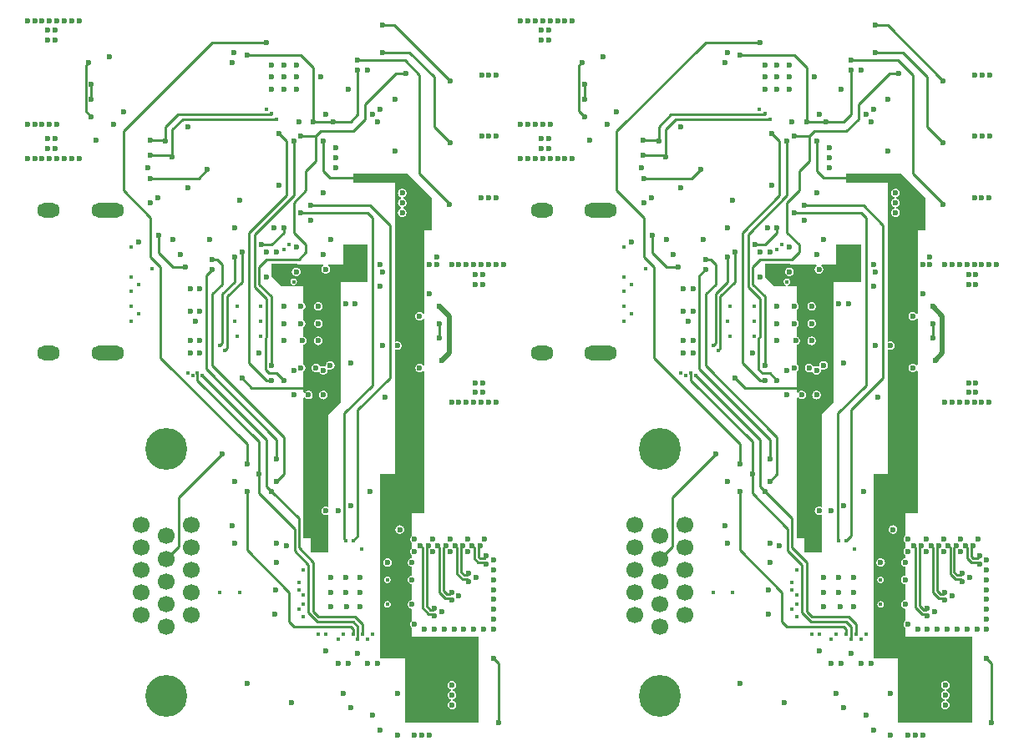
<source format=gbl>
%FSLAX46Y46*%
%MOMM*%
%ADD11C,0.218000*%
%ADD10C,0.250000*%
%ADD12C,0.500000*%
%AMPS13*
1,1,1.695000,0.000000,0.000000*
%
%ADD13PS13*%
%AMPS14*
1,1,4.246000,0.000000,0.000000*
%
%ADD14PS14*%
%AMPS17*
1,1,0.600000,0.000000,0.000000*
%
%ADD17PS17*%
%AMPS18*
1,1,0.400000,0.000000,0.000000*
%
%ADD18PS18*%
%AMPS15*
21,1,1.800000,1.500000,0.000000,0.000000,0.000000*
1,1,1.500000,0.900000,0.000000*
1,1,1.500000,-0.900000,0.000000*
%
%ADD15PS15*%
%AMPS16*
21,1,0.800000,1.500000,0.000000,0.000000,0.000000*
1,1,1.500000,0.400000,0.000000*
1,1,1.500000,-0.400000,0.000000*
%
%ADD16PS16*%
G01*
%LPD*%
G36*
X88500000Y-30250000D02*
X88499999Y-21500000D01*
X81750000Y-21500000D01*
X81750000Y-20610006D01*
X81692288Y-20557702D01*
X81663619Y-20526069D01*
X81638176Y-20491763D01*
X81616222Y-20455136D01*
X81597964Y-20416530D01*
X81583574Y-20376317D01*
X81573200Y-20334899D01*
X81566933Y-20292648D01*
X81564836Y-20250000D01*
X81566933Y-20207352D01*
X81573200Y-20165101D01*
X81583574Y-20123683D01*
X81597964Y-20083470D01*
X81616222Y-20044864D01*
X81638176Y-20008237D01*
X81663619Y-19973931D01*
X81692288Y-19942298D01*
X81750000Y-19889994D01*
X81750000Y-18689398D01*
X81665106Y-18676802D01*
X81623683Y-18666426D01*
X81583470Y-18652036D01*
X81544864Y-18633778D01*
X81508237Y-18611824D01*
X81473931Y-18586381D01*
X81442293Y-18557707D01*
X81413619Y-18526069D01*
X81388176Y-18491763D01*
X81366222Y-18455136D01*
X81347964Y-18416530D01*
X81333574Y-18376317D01*
X81323200Y-18334899D01*
X81316933Y-18292648D01*
X81314836Y-18250000D01*
X81316933Y-18207352D01*
X81323200Y-18165101D01*
X81333574Y-18123683D01*
X81347964Y-18083470D01*
X81366222Y-18044864D01*
X81388176Y-18008237D01*
X81413619Y-17973931D01*
X81442293Y-17942293D01*
X81473931Y-17913619D01*
X81508237Y-17888176D01*
X81544864Y-17866222D01*
X81583470Y-17847964D01*
X81623683Y-17833574D01*
X81665106Y-17823198D01*
X81750000Y-17810602D01*
X81750000Y-16189398D01*
X81665106Y-16176802D01*
X81623683Y-16166426D01*
X81583470Y-16152036D01*
X81544864Y-16133778D01*
X81508237Y-16111824D01*
X81473931Y-16086381D01*
X81442293Y-16057707D01*
X81413619Y-16026069D01*
X81388176Y-15991763D01*
X81366222Y-15955136D01*
X81347964Y-15916530D01*
X81333574Y-15876317D01*
X81323200Y-15834899D01*
X81316933Y-15792648D01*
X81314836Y-15750000D01*
X81316933Y-15707352D01*
X81323200Y-15665101D01*
X81333574Y-15623683D01*
X81347964Y-15583470D01*
X81366222Y-15544864D01*
X81388176Y-15508237D01*
X81413619Y-15473931D01*
X81442293Y-15442293D01*
X81473931Y-15413619D01*
X81508237Y-15388176D01*
X81544864Y-15366222D01*
X81583470Y-15347964D01*
X81623683Y-15333574D01*
X81665106Y-15323198D01*
X81750000Y-15310602D01*
X81750000Y-14439398D01*
X81665106Y-14426802D01*
X81623683Y-14416426D01*
X81583470Y-14402036D01*
X81544864Y-14383778D01*
X81508237Y-14361824D01*
X81473931Y-14336381D01*
X81442293Y-14307707D01*
X81413619Y-14276069D01*
X81388176Y-14241763D01*
X81366222Y-14205136D01*
X81347964Y-14166530D01*
X81333574Y-14126317D01*
X81323200Y-14084899D01*
X81316933Y-14042648D01*
X81314836Y-14000000D01*
X81316933Y-13957352D01*
X81323200Y-13915101D01*
X81333574Y-13873683D01*
X81347964Y-13833470D01*
X81366222Y-13794864D01*
X81388176Y-13758237D01*
X81413619Y-13723931D01*
X81442293Y-13692293D01*
X81473931Y-13663619D01*
X81508237Y-13638176D01*
X81544864Y-13616222D01*
X81583470Y-13597964D01*
X81623683Y-13583574D01*
X81665106Y-13573198D01*
X81750000Y-13560602D01*
X81750000Y-13235006D01*
X81692288Y-13182702D01*
X81663619Y-13151069D01*
X81638176Y-13116763D01*
X81616222Y-13080136D01*
X81597964Y-13041530D01*
X81583574Y-13001317D01*
X81573200Y-12959899D01*
X81566933Y-12917648D01*
X81564836Y-12875000D01*
X81566933Y-12832352D01*
X81573200Y-12790101D01*
X81583574Y-12748683D01*
X81597964Y-12708470D01*
X81616222Y-12669864D01*
X81638176Y-12633237D01*
X81663619Y-12598931D01*
X81692288Y-12567298D01*
X81750000Y-12514994D01*
X81750000Y-11985006D01*
X81692288Y-11932702D01*
X81663619Y-11901069D01*
X81638176Y-11866763D01*
X81616222Y-11830136D01*
X81597964Y-11791530D01*
X81583574Y-11751317D01*
X81573200Y-11709899D01*
X81566933Y-11667648D01*
X81564836Y-11625000D01*
X81566933Y-11582352D01*
X81573200Y-11540101D01*
X81583574Y-11498683D01*
X81597964Y-11458470D01*
X81616222Y-11419864D01*
X81638176Y-11383237D01*
X81663619Y-11348931D01*
X81692288Y-11317298D01*
X81750000Y-11264994D01*
X81750000Y-9000000D01*
X83000000Y-9000000D01*
X83000000Y5441760D01*
X82871970Y5491140D01*
X82827703Y5442289D01*
X82796069Y5413619D01*
X82761763Y5388176D01*
X82725136Y5366222D01*
X82686530Y5347964D01*
X82646317Y5333574D01*
X82604899Y5323200D01*
X82562648Y5316933D01*
X82520000Y5314836D01*
X82477352Y5316933D01*
X82435101Y5323200D01*
X82393683Y5333574D01*
X82353470Y5347964D01*
X82314864Y5366222D01*
X82278237Y5388176D01*
X82243931Y5413619D01*
X82212293Y5442293D01*
X82183619Y5473931D01*
X82158176Y5508237D01*
X82136222Y5544864D01*
X82117964Y5583470D01*
X82103574Y5623683D01*
X82093200Y5665101D01*
X82086933Y5707352D01*
X82084836Y5750000D01*
X82086933Y5792648D01*
X82093200Y5834899D01*
X82103574Y5876317D01*
X82117964Y5916530D01*
X82136222Y5955136D01*
X82158176Y5991763D01*
X82183619Y6026069D01*
X82212293Y6057707D01*
X82243931Y6086381D01*
X82278237Y6111824D01*
X82314864Y6133778D01*
X82353470Y6152036D01*
X82393683Y6166426D01*
X82435101Y6176800D01*
X82477352Y6183067D01*
X82520000Y6185164D01*
X82562648Y6183067D01*
X82604899Y6176800D01*
X82646317Y6166426D01*
X82686530Y6152036D01*
X82725136Y6133778D01*
X82761763Y6111824D01*
X82796069Y6086381D01*
X82827703Y6057711D01*
X82871970Y6008860D01*
X83000000Y6058240D01*
X83000000Y10713826D01*
X82871976Y10763208D01*
X82807702Y10692288D01*
X82776069Y10663619D01*
X82741763Y10638176D01*
X82705136Y10616222D01*
X82666530Y10597964D01*
X82626317Y10583574D01*
X82584899Y10573200D01*
X82542648Y10566933D01*
X82500000Y10564836D01*
X82457352Y10566933D01*
X82415101Y10573200D01*
X82373683Y10583574D01*
X82333470Y10597964D01*
X82294864Y10616222D01*
X82258237Y10638176D01*
X82223931Y10663619D01*
X82192293Y10692293D01*
X82163619Y10723931D01*
X82138176Y10758237D01*
X82116222Y10794864D01*
X82097964Y10833470D01*
X82083574Y10873683D01*
X82073200Y10915101D01*
X82066933Y10957352D01*
X82064836Y11000000D01*
X82066933Y11042648D01*
X82073200Y11084899D01*
X82083574Y11126317D01*
X82097964Y11166530D01*
X82116222Y11205136D01*
X82138176Y11241763D01*
X82163619Y11276069D01*
X82192293Y11307707D01*
X82223931Y11336381D01*
X82258237Y11361824D01*
X82294864Y11383778D01*
X82333470Y11402036D01*
X82373683Y11416426D01*
X82415101Y11426800D01*
X82457352Y11433067D01*
X82500000Y11435164D01*
X82542648Y11433067D01*
X82584899Y11426800D01*
X82626317Y11416426D01*
X82666530Y11402036D01*
X82705136Y11383778D01*
X82741763Y11361824D01*
X82776069Y11336381D01*
X82807702Y11307712D01*
X82871976Y11236792D01*
X83000000Y11286174D01*
X83000000Y19750000D01*
X83750000Y19750000D01*
X83750000Y23000000D01*
X81250000Y25500000D01*
X75750000Y25500000D01*
X75750000Y24500000D01*
X80000000Y24500000D01*
X80000000Y8385445D01*
X80165101Y8426800D01*
X80207352Y8433067D01*
X80250000Y8435164D01*
X80292648Y8433067D01*
X80334899Y8426800D01*
X80376317Y8416426D01*
X80416530Y8402036D01*
X80455136Y8383778D01*
X80491763Y8361824D01*
X80526069Y8336381D01*
X80557707Y8307707D01*
X80586381Y8276069D01*
X80611824Y8241763D01*
X80633778Y8205136D01*
X80652036Y8166530D01*
X80666426Y8126317D01*
X80676800Y8084899D01*
X80683067Y8042648D01*
X80685164Y8000000D01*
X80683067Y7957352D01*
X80676800Y7915101D01*
X80666426Y7873683D01*
X80652036Y7833470D01*
X80633778Y7794864D01*
X80611824Y7758237D01*
X80586381Y7723931D01*
X80557707Y7692293D01*
X80526069Y7663619D01*
X80491763Y7638176D01*
X80455136Y7616222D01*
X80416530Y7597964D01*
X80376317Y7583574D01*
X80334899Y7573200D01*
X80292648Y7566933D01*
X80250000Y7564836D01*
X80207352Y7566933D01*
X80165101Y7573200D01*
X80000000Y7614555D01*
X80000000Y-5000000D01*
X78500000Y-5000000D01*
X78500000Y-23750000D01*
X81000000Y-23750000D01*
X81000000Y-30250000D01*
X88500000Y-30250000D01*
D02*
G37*
%LPC*%
G36*
X80750000Y21064836D02*
X80707352Y21066933D01*
X80665101Y21073200D01*
X80623683Y21083574D01*
X80583470Y21097964D01*
X80544864Y21116222D01*
X80508237Y21138176D01*
X80473931Y21163619D01*
X80442293Y21192293D01*
X80413619Y21223931D01*
X80388176Y21258237D01*
X80366222Y21294864D01*
X80347964Y21333470D01*
X80333574Y21373683D01*
X80323200Y21415101D01*
X80316933Y21457352D01*
X80314836Y21500000D01*
X80316933Y21542648D01*
X80323200Y21584899D01*
X80333574Y21626317D01*
X80347964Y21666530D01*
X80366222Y21705136D01*
X80388176Y21741763D01*
X80413619Y21776069D01*
X80442293Y21807707D01*
X80473931Y21836381D01*
X80508237Y21861824D01*
X80544864Y21883778D01*
X80583470Y21902036D01*
X80660425Y21929573D01*
X80660425Y22070427D01*
X80583470Y22097964D01*
X80544864Y22116222D01*
X80508237Y22138176D01*
X80473931Y22163619D01*
X80442293Y22192293D01*
X80413619Y22223931D01*
X80388176Y22258237D01*
X80366222Y22294864D01*
X80347964Y22333470D01*
X80333574Y22373683D01*
X80323200Y22415101D01*
X80316933Y22457352D01*
X80314836Y22500000D01*
X80316933Y22542648D01*
X80323200Y22584899D01*
X80333574Y22626317D01*
X80347964Y22666530D01*
X80366222Y22705136D01*
X80388176Y22741763D01*
X80413619Y22776069D01*
X80442293Y22807707D01*
X80473931Y22836381D01*
X80508237Y22861824D01*
X80544864Y22883778D01*
X80583470Y22902036D01*
X80660425Y22929573D01*
X80660425Y23070427D01*
X80583470Y23097964D01*
X80544864Y23116222D01*
X80508237Y23138176D01*
X80473931Y23163619D01*
X80442293Y23192293D01*
X80413619Y23223931D01*
X80388176Y23258237D01*
X80366222Y23294864D01*
X80347964Y23333470D01*
X80333574Y23373683D01*
X80323200Y23415101D01*
X80316933Y23457352D01*
X80314836Y23500000D01*
X80316933Y23542648D01*
X80323200Y23584899D01*
X80333574Y23626317D01*
X80347964Y23666530D01*
X80366222Y23705136D01*
X80388176Y23741763D01*
X80413619Y23776069D01*
X80442293Y23807707D01*
X80473931Y23836381D01*
X80508237Y23861824D01*
X80544864Y23883778D01*
X80583470Y23902036D01*
X80623683Y23916426D01*
X80665101Y23926800D01*
X80707352Y23933067D01*
X80750000Y23935164D01*
X80792648Y23933067D01*
X80834899Y23926800D01*
X80876317Y23916426D01*
X80916530Y23902036D01*
X80955136Y23883778D01*
X80991763Y23861824D01*
X81026069Y23836381D01*
X81057707Y23807707D01*
X81086381Y23776069D01*
X81111824Y23741763D01*
X81133778Y23705136D01*
X81152036Y23666530D01*
X81166426Y23626317D01*
X81176800Y23584899D01*
X81183067Y23542648D01*
X81185164Y23500000D01*
X81183067Y23457352D01*
X81176800Y23415101D01*
X81166426Y23373683D01*
X81152036Y23333470D01*
X81133778Y23294864D01*
X81111824Y23258237D01*
X81086381Y23223931D01*
X81057707Y23192293D01*
X81026069Y23163619D01*
X80991763Y23138176D01*
X80955136Y23116222D01*
X80916530Y23097964D01*
X80839575Y23070427D01*
X80839575Y22929573D01*
X80916530Y22902036D01*
X80955136Y22883778D01*
X80991763Y22861824D01*
X81026069Y22836381D01*
X81057707Y22807707D01*
X81086381Y22776069D01*
X81111824Y22741763D01*
X81133778Y22705136D01*
X81152036Y22666530D01*
X81166426Y22626317D01*
X81176800Y22584899D01*
X81183067Y22542648D01*
X81185164Y22500000D01*
X81183067Y22457352D01*
X81176800Y22415101D01*
X81166426Y22373683D01*
X81152036Y22333470D01*
X81133778Y22294864D01*
X81111824Y22258237D01*
X81086381Y22223931D01*
X81057707Y22192293D01*
X81026069Y22163619D01*
X80991763Y22138176D01*
X80955136Y22116222D01*
X80916530Y22097964D01*
X80839575Y22070427D01*
X80839575Y21929573D01*
X80916530Y21902036D01*
X80955136Y21883778D01*
X80991763Y21861824D01*
X81026069Y21836381D01*
X81057707Y21807707D01*
X81086381Y21776069D01*
X81111824Y21741763D01*
X81133778Y21705136D01*
X81152036Y21666530D01*
X81166426Y21626317D01*
X81176800Y21584899D01*
X81183067Y21542648D01*
X81185164Y21500000D01*
X81183067Y21457352D01*
X81176800Y21415101D01*
X81166426Y21373683D01*
X81152036Y21333470D01*
X81133778Y21294864D01*
X81111824Y21258237D01*
X81086381Y21223931D01*
X81057707Y21192293D01*
X81026069Y21163619D01*
X80991763Y21138176D01*
X80955136Y21116222D01*
X80916530Y21097964D01*
X80876317Y21083574D01*
X80834899Y21073200D01*
X80792648Y21066933D01*
X80750000Y21064836D01*
D02*
G37*
%LPC*%
G36*
X80500000Y-11080164D02*
X80457352Y-11078067D01*
X80415101Y-11071800D01*
X80373683Y-11061426D01*
X80333470Y-11047036D01*
X80294864Y-11028778D01*
X80258237Y-11006824D01*
X80223931Y-10981381D01*
X80192293Y-10952707D01*
X80163619Y-10921069D01*
X80138176Y-10886763D01*
X80116222Y-10850136D01*
X80097964Y-10811530D01*
X80083574Y-10771317D01*
X80073200Y-10729899D01*
X80066933Y-10687648D01*
X80064836Y-10645000D01*
X80066933Y-10602352D01*
X80073200Y-10560101D01*
X80083574Y-10518683D01*
X80097964Y-10478470D01*
X80116222Y-10439864D01*
X80138176Y-10403237D01*
X80163619Y-10368931D01*
X80192293Y-10337293D01*
X80223931Y-10308619D01*
X80258237Y-10283176D01*
X80294864Y-10261222D01*
X80333470Y-10242964D01*
X80373683Y-10228574D01*
X80415101Y-10218200D01*
X80457352Y-10211933D01*
X80500000Y-10209836D01*
X80542648Y-10211933D01*
X80584899Y-10218200D01*
X80626317Y-10228574D01*
X80666530Y-10242964D01*
X80705136Y-10261222D01*
X80741763Y-10283176D01*
X80776069Y-10308619D01*
X80807707Y-10337293D01*
X80836381Y-10368931D01*
X80861824Y-10403237D01*
X80883778Y-10439864D01*
X80902036Y-10478470D01*
X80916426Y-10518683D01*
X80926800Y-10560101D01*
X80933067Y-10602352D01*
X80935164Y-10645000D01*
X80933067Y-10687648D01*
X80926800Y-10729899D01*
X80916426Y-10771317D01*
X80902036Y-10811530D01*
X80883778Y-10850136D01*
X80861824Y-10886763D01*
X80836381Y-10921069D01*
X80807707Y-10952707D01*
X80776069Y-10981381D01*
X80741763Y-11006824D01*
X80705136Y-11028778D01*
X80666530Y-11047036D01*
X80626317Y-11061426D01*
X80584899Y-11071800D01*
X80542648Y-11078067D01*
X80500000Y-11080164D01*
D02*
G37*
%LPC*%
G36*
X79250000Y-14435164D02*
X79207352Y-14433067D01*
X79165101Y-14426800D01*
X79123683Y-14416426D01*
X79083470Y-14402036D01*
X79044864Y-14383778D01*
X79008237Y-14361824D01*
X78973931Y-14336381D01*
X78942293Y-14307707D01*
X78913619Y-14276069D01*
X78888176Y-14241763D01*
X78866222Y-14205136D01*
X78847964Y-14166530D01*
X78833574Y-14126317D01*
X78823200Y-14084899D01*
X78816933Y-14042648D01*
X78814836Y-14000000D01*
X78816933Y-13957352D01*
X78823200Y-13915101D01*
X78833574Y-13873683D01*
X78847964Y-13833470D01*
X78866222Y-13794864D01*
X78888176Y-13758237D01*
X78913619Y-13723931D01*
X78942293Y-13692293D01*
X78973931Y-13663619D01*
X79008237Y-13638176D01*
X79044864Y-13616222D01*
X79083470Y-13597964D01*
X79123683Y-13583574D01*
X79165101Y-13573200D01*
X79207352Y-13566933D01*
X79250000Y-13564836D01*
X79292648Y-13566933D01*
X79334899Y-13573200D01*
X79376317Y-13583574D01*
X79416530Y-13597964D01*
X79455136Y-13616222D01*
X79491763Y-13638176D01*
X79526069Y-13663619D01*
X79557707Y-13692293D01*
X79586381Y-13723931D01*
X79611824Y-13758237D01*
X79633778Y-13794864D01*
X79652036Y-13833470D01*
X79666426Y-13873683D01*
X79676800Y-13915101D01*
X79683067Y-13957352D01*
X79685164Y-14000000D01*
X79683067Y-14042648D01*
X79676800Y-14084899D01*
X79666426Y-14126317D01*
X79652036Y-14166530D01*
X79633778Y-14205136D01*
X79611824Y-14241763D01*
X79586381Y-14276069D01*
X79557707Y-14307707D01*
X79526069Y-14336381D01*
X79491763Y-14361824D01*
X79455136Y-14383778D01*
X79416530Y-14402036D01*
X79376317Y-14416426D01*
X79334899Y-14426800D01*
X79292648Y-14433067D01*
X79250000Y-14435164D01*
D02*
G37*
%LPC*%
G36*
X79250000Y-16085164D02*
X79217148Y-16083548D01*
X79184621Y-16078725D01*
X79152708Y-16070731D01*
X79121740Y-16059649D01*
X79092002Y-16045585D01*
X79063793Y-16028676D01*
X79037383Y-16009090D01*
X79013005Y-15986995D01*
X78990910Y-15962617D01*
X78971324Y-15936207D01*
X78954415Y-15907998D01*
X78940351Y-15878260D01*
X78929269Y-15847292D01*
X78921275Y-15815379D01*
X78916452Y-15782852D01*
X78914836Y-15750000D01*
X78916452Y-15717148D01*
X78921275Y-15684621D01*
X78929269Y-15652708D01*
X78940351Y-15621740D01*
X78954415Y-15592002D01*
X78971324Y-15563793D01*
X78990910Y-15537383D01*
X79013005Y-15513005D01*
X79037383Y-15490910D01*
X79063793Y-15471324D01*
X79092002Y-15454415D01*
X79121740Y-15440351D01*
X79152708Y-15429269D01*
X79184621Y-15421275D01*
X79217148Y-15416452D01*
X79250000Y-15414836D01*
X79282852Y-15416452D01*
X79315379Y-15421275D01*
X79347292Y-15429269D01*
X79378260Y-15440351D01*
X79407998Y-15454415D01*
X79436207Y-15471324D01*
X79462617Y-15490910D01*
X79486995Y-15513005D01*
X79509090Y-15537383D01*
X79528676Y-15563793D01*
X79545585Y-15592002D01*
X79559649Y-15621740D01*
X79570731Y-15652708D01*
X79578725Y-15684621D01*
X79583548Y-15717148D01*
X79585164Y-15750000D01*
X79583548Y-15782852D01*
X79578725Y-15815379D01*
X79570731Y-15847292D01*
X79559649Y-15878260D01*
X79545585Y-15907998D01*
X79528676Y-15936207D01*
X79509090Y-15962617D01*
X79486995Y-15986995D01*
X79462617Y-16009090D01*
X79436207Y-16028676D01*
X79407998Y-16045585D01*
X79378260Y-16059649D01*
X79347292Y-16070731D01*
X79315379Y-16078725D01*
X79282852Y-16083548D01*
X79250000Y-16085164D01*
D02*
G37*
%LPC*%
G36*
X79250000Y-18585164D02*
X79217148Y-18583548D01*
X79184621Y-18578725D01*
X79152708Y-18570731D01*
X79121740Y-18559649D01*
X79092002Y-18545585D01*
X79063793Y-18528676D01*
X79037383Y-18509090D01*
X79013005Y-18486995D01*
X78990910Y-18462617D01*
X78971324Y-18436207D01*
X78954415Y-18407998D01*
X78940351Y-18378260D01*
X78929269Y-18347292D01*
X78921275Y-18315379D01*
X78916452Y-18282852D01*
X78914836Y-18250000D01*
X78916452Y-18217148D01*
X78921275Y-18184621D01*
X78929269Y-18152708D01*
X78940351Y-18121740D01*
X78954415Y-18092002D01*
X78971324Y-18063793D01*
X78990910Y-18037383D01*
X79013005Y-18013005D01*
X79037383Y-17990910D01*
X79063793Y-17971324D01*
X79092002Y-17954415D01*
X79121740Y-17940351D01*
X79152708Y-17929269D01*
X79184621Y-17921275D01*
X79217148Y-17916452D01*
X79250000Y-17914836D01*
X79282852Y-17916452D01*
X79315379Y-17921275D01*
X79347292Y-17929269D01*
X79378260Y-17940351D01*
X79407998Y-17954415D01*
X79436207Y-17971324D01*
X79462617Y-17990910D01*
X79486995Y-18013005D01*
X79509090Y-18037383D01*
X79528676Y-18063793D01*
X79545585Y-18092002D01*
X79559649Y-18121740D01*
X79570731Y-18152708D01*
X79578725Y-18184621D01*
X79583548Y-18217148D01*
X79585164Y-18250000D01*
X79583548Y-18282852D01*
X79578725Y-18315379D01*
X79570731Y-18347292D01*
X79559649Y-18378260D01*
X79545585Y-18407998D01*
X79528676Y-18436207D01*
X79509090Y-18462617D01*
X79486995Y-18486995D01*
X79462617Y-18509090D01*
X79436207Y-18528676D01*
X79407998Y-18545585D01*
X79378260Y-18559649D01*
X79347292Y-18570731D01*
X79315379Y-18578725D01*
X79282852Y-18583548D01*
X79250000Y-18585164D01*
D02*
G37*
%LPC*%
G36*
X85800000Y-28885164D02*
X85757352Y-28883067D01*
X85715101Y-28876800D01*
X85673683Y-28866426D01*
X85633470Y-28852036D01*
X85594864Y-28833778D01*
X85558237Y-28811824D01*
X85523931Y-28786381D01*
X85492293Y-28757707D01*
X85463619Y-28726069D01*
X85438176Y-28691763D01*
X85416222Y-28655136D01*
X85397964Y-28616530D01*
X85383574Y-28576317D01*
X85373200Y-28534899D01*
X85366933Y-28492648D01*
X85364836Y-28450000D01*
X85366933Y-28407352D01*
X85373200Y-28365101D01*
X85383574Y-28323683D01*
X85397964Y-28283470D01*
X85416222Y-28244864D01*
X85438176Y-28208237D01*
X85463619Y-28173931D01*
X85492293Y-28142293D01*
X85523931Y-28113619D01*
X85558237Y-28088176D01*
X85594864Y-28066222D01*
X85633470Y-28047964D01*
X85710425Y-28020427D01*
X85710425Y-27879573D01*
X85633470Y-27852036D01*
X85594864Y-27833778D01*
X85558237Y-27811824D01*
X85523931Y-27786381D01*
X85492293Y-27757707D01*
X85463619Y-27726069D01*
X85438176Y-27691763D01*
X85416222Y-27655136D01*
X85397964Y-27616530D01*
X85383574Y-27576317D01*
X85373200Y-27534899D01*
X85366933Y-27492648D01*
X85364836Y-27450000D01*
X85366933Y-27407352D01*
X85373200Y-27365101D01*
X85383574Y-27323683D01*
X85397964Y-27283470D01*
X85416222Y-27244864D01*
X85438176Y-27208237D01*
X85463619Y-27173931D01*
X85492293Y-27142293D01*
X85523931Y-27113619D01*
X85558237Y-27088176D01*
X85594864Y-27066222D01*
X85633470Y-27047964D01*
X85710425Y-27020427D01*
X85710425Y-26879573D01*
X85633470Y-26852036D01*
X85594864Y-26833778D01*
X85558237Y-26811824D01*
X85523931Y-26786381D01*
X85492293Y-26757707D01*
X85463619Y-26726069D01*
X85438176Y-26691763D01*
X85416222Y-26655136D01*
X85397964Y-26616530D01*
X85383574Y-26576317D01*
X85373200Y-26534899D01*
X85366933Y-26492648D01*
X85364836Y-26450000D01*
X85366933Y-26407352D01*
X85373200Y-26365101D01*
X85383574Y-26323683D01*
X85397964Y-26283470D01*
X85416222Y-26244864D01*
X85438176Y-26208237D01*
X85463619Y-26173931D01*
X85492293Y-26142293D01*
X85523931Y-26113619D01*
X85558237Y-26088176D01*
X85594864Y-26066222D01*
X85633470Y-26047964D01*
X85673683Y-26033574D01*
X85715101Y-26023200D01*
X85757352Y-26016933D01*
X85800000Y-26014836D01*
X85842648Y-26016933D01*
X85884899Y-26023200D01*
X85926317Y-26033574D01*
X85966530Y-26047964D01*
X86005136Y-26066222D01*
X86041763Y-26088176D01*
X86076069Y-26113619D01*
X86107707Y-26142293D01*
X86136381Y-26173931D01*
X86161824Y-26208237D01*
X86183778Y-26244864D01*
X86202036Y-26283470D01*
X86216426Y-26323683D01*
X86226800Y-26365101D01*
X86233067Y-26407352D01*
X86235164Y-26450000D01*
X86233067Y-26492648D01*
X86226800Y-26534899D01*
X86216426Y-26576317D01*
X86202036Y-26616530D01*
X86183778Y-26655136D01*
X86161824Y-26691763D01*
X86136381Y-26726069D01*
X86107707Y-26757707D01*
X86076069Y-26786381D01*
X86041763Y-26811824D01*
X86005136Y-26833778D01*
X85966530Y-26852036D01*
X85889575Y-26879573D01*
X85889575Y-27020427D01*
X85966530Y-27047964D01*
X86005136Y-27066222D01*
X86041763Y-27088176D01*
X86076069Y-27113619D01*
X86107707Y-27142293D01*
X86136381Y-27173931D01*
X86161824Y-27208237D01*
X86183778Y-27244864D01*
X86202036Y-27283470D01*
X86216426Y-27323683D01*
X86226800Y-27365101D01*
X86233067Y-27407352D01*
X86235164Y-27450000D01*
X86233067Y-27492648D01*
X86226800Y-27534899D01*
X86216426Y-27576317D01*
X86202036Y-27616530D01*
X86183778Y-27655136D01*
X86161824Y-27691763D01*
X86136381Y-27726069D01*
X86107707Y-27757707D01*
X86076069Y-27786381D01*
X86041763Y-27811824D01*
X86005136Y-27833778D01*
X85966530Y-27852036D01*
X85889575Y-27879573D01*
X85889575Y-28020427D01*
X85966530Y-28047964D01*
X86005136Y-28066222D01*
X86041763Y-28088176D01*
X86076069Y-28113619D01*
X86107707Y-28142293D01*
X86136381Y-28173931D01*
X86161824Y-28208237D01*
X86183778Y-28244864D01*
X86202036Y-28283470D01*
X86216426Y-28323683D01*
X86226800Y-28365101D01*
X86233067Y-28407352D01*
X86235164Y-28450000D01*
X86233067Y-28492648D01*
X86226800Y-28534899D01*
X86216426Y-28576317D01*
X86202036Y-28616530D01*
X86183778Y-28655136D01*
X86161824Y-28691763D01*
X86136381Y-28726069D01*
X86107707Y-28757707D01*
X86076069Y-28786381D01*
X86041763Y-28811824D01*
X86005136Y-28833778D01*
X85966530Y-28852036D01*
X85926317Y-28866426D01*
X85884899Y-28876800D01*
X85842648Y-28883067D01*
X85800000Y-28885164D01*
D02*
G37*
%LPD*%
G36*
X38500000Y-30250000D02*
X38499999Y-21500000D01*
X31750000Y-21500000D01*
X31750000Y-20610006D01*
X31692288Y-20557702D01*
X31663619Y-20526069D01*
X31638176Y-20491763D01*
X31616222Y-20455136D01*
X31597964Y-20416530D01*
X31583574Y-20376317D01*
X31573200Y-20334899D01*
X31566933Y-20292648D01*
X31564836Y-20250000D01*
X31566933Y-20207352D01*
X31573200Y-20165101D01*
X31583574Y-20123683D01*
X31597964Y-20083470D01*
X31616222Y-20044864D01*
X31638176Y-20008237D01*
X31663619Y-19973931D01*
X31692288Y-19942298D01*
X31750000Y-19889994D01*
X31750000Y-18689398D01*
X31665106Y-18676802D01*
X31623683Y-18666426D01*
X31583470Y-18652036D01*
X31544864Y-18633778D01*
X31508237Y-18611824D01*
X31473931Y-18586381D01*
X31442293Y-18557707D01*
X31413619Y-18526069D01*
X31388176Y-18491763D01*
X31366222Y-18455136D01*
X31347964Y-18416530D01*
X31333574Y-18376317D01*
X31323200Y-18334899D01*
X31316933Y-18292648D01*
X31314836Y-18250000D01*
X31316933Y-18207352D01*
X31323200Y-18165101D01*
X31333574Y-18123683D01*
X31347964Y-18083470D01*
X31366222Y-18044864D01*
X31388176Y-18008237D01*
X31413619Y-17973931D01*
X31442293Y-17942293D01*
X31473931Y-17913619D01*
X31508237Y-17888176D01*
X31544864Y-17866222D01*
X31583470Y-17847964D01*
X31623683Y-17833574D01*
X31665106Y-17823198D01*
X31750000Y-17810602D01*
X31750000Y-16189398D01*
X31665106Y-16176802D01*
X31623683Y-16166426D01*
X31583470Y-16152036D01*
X31544864Y-16133778D01*
X31508237Y-16111824D01*
X31473931Y-16086381D01*
X31442293Y-16057707D01*
X31413619Y-16026069D01*
X31388176Y-15991763D01*
X31366222Y-15955136D01*
X31347964Y-15916530D01*
X31333574Y-15876317D01*
X31323200Y-15834899D01*
X31316933Y-15792648D01*
X31314836Y-15750000D01*
X31316933Y-15707352D01*
X31323200Y-15665101D01*
X31333574Y-15623683D01*
X31347964Y-15583470D01*
X31366222Y-15544864D01*
X31388176Y-15508237D01*
X31413619Y-15473931D01*
X31442293Y-15442293D01*
X31473931Y-15413619D01*
X31508237Y-15388176D01*
X31544864Y-15366222D01*
X31583470Y-15347964D01*
X31623683Y-15333574D01*
X31665106Y-15323198D01*
X31750000Y-15310602D01*
X31750000Y-14439398D01*
X31665106Y-14426802D01*
X31623683Y-14416426D01*
X31583470Y-14402036D01*
X31544864Y-14383778D01*
X31508237Y-14361824D01*
X31473931Y-14336381D01*
X31442293Y-14307707D01*
X31413619Y-14276069D01*
X31388176Y-14241763D01*
X31366222Y-14205136D01*
X31347964Y-14166530D01*
X31333574Y-14126317D01*
X31323200Y-14084899D01*
X31316933Y-14042648D01*
X31314836Y-14000000D01*
X31316933Y-13957352D01*
X31323200Y-13915101D01*
X31333574Y-13873683D01*
X31347964Y-13833470D01*
X31366222Y-13794864D01*
X31388176Y-13758237D01*
X31413619Y-13723931D01*
X31442293Y-13692293D01*
X31473931Y-13663619D01*
X31508237Y-13638176D01*
X31544864Y-13616222D01*
X31583470Y-13597964D01*
X31623683Y-13583574D01*
X31665106Y-13573198D01*
X31750000Y-13560602D01*
X31750000Y-13235006D01*
X31692288Y-13182702D01*
X31663619Y-13151069D01*
X31638176Y-13116763D01*
X31616222Y-13080136D01*
X31597964Y-13041530D01*
X31583574Y-13001317D01*
X31573200Y-12959899D01*
X31566933Y-12917648D01*
X31564836Y-12875000D01*
X31566933Y-12832352D01*
X31573200Y-12790101D01*
X31583574Y-12748683D01*
X31597964Y-12708470D01*
X31616222Y-12669864D01*
X31638176Y-12633237D01*
X31663619Y-12598931D01*
X31692288Y-12567298D01*
X31750000Y-12514994D01*
X31750000Y-11985006D01*
X31692288Y-11932702D01*
X31663619Y-11901069D01*
X31638176Y-11866763D01*
X31616222Y-11830136D01*
X31597964Y-11791530D01*
X31583574Y-11751317D01*
X31573200Y-11709899D01*
X31566933Y-11667648D01*
X31564836Y-11625000D01*
X31566933Y-11582352D01*
X31573200Y-11540101D01*
X31583574Y-11498683D01*
X31597964Y-11458470D01*
X31616222Y-11419864D01*
X31638176Y-11383237D01*
X31663619Y-11348931D01*
X31692288Y-11317298D01*
X31750000Y-11264994D01*
X31750000Y-9000000D01*
X33000000Y-9000000D01*
X33000000Y5441760D01*
X32871970Y5491140D01*
X32827703Y5442289D01*
X32796069Y5413619D01*
X32761763Y5388176D01*
X32725136Y5366222D01*
X32686530Y5347964D01*
X32646317Y5333574D01*
X32604899Y5323200D01*
X32562648Y5316933D01*
X32520000Y5314836D01*
X32477352Y5316933D01*
X32435101Y5323200D01*
X32393683Y5333574D01*
X32353470Y5347964D01*
X32314864Y5366222D01*
X32278237Y5388176D01*
X32243931Y5413619D01*
X32212293Y5442293D01*
X32183619Y5473931D01*
X32158176Y5508237D01*
X32136222Y5544864D01*
X32117964Y5583470D01*
X32103574Y5623683D01*
X32093200Y5665101D01*
X32086933Y5707352D01*
X32084836Y5750000D01*
X32086933Y5792648D01*
X32093200Y5834899D01*
X32103574Y5876317D01*
X32117964Y5916530D01*
X32136222Y5955136D01*
X32158176Y5991763D01*
X32183619Y6026069D01*
X32212293Y6057707D01*
X32243931Y6086381D01*
X32278237Y6111824D01*
X32314864Y6133778D01*
X32353470Y6152036D01*
X32393683Y6166426D01*
X32435101Y6176800D01*
X32477352Y6183067D01*
X32520000Y6185164D01*
X32562648Y6183067D01*
X32604899Y6176800D01*
X32646317Y6166426D01*
X32686530Y6152036D01*
X32725136Y6133778D01*
X32761763Y6111824D01*
X32796069Y6086381D01*
X32827703Y6057711D01*
X32871970Y6008860D01*
X33000000Y6058240D01*
X33000000Y10713826D01*
X32871976Y10763208D01*
X32807702Y10692288D01*
X32776069Y10663619D01*
X32741763Y10638176D01*
X32705136Y10616222D01*
X32666530Y10597964D01*
X32626317Y10583574D01*
X32584899Y10573200D01*
X32542648Y10566933D01*
X32500000Y10564836D01*
X32457352Y10566933D01*
X32415101Y10573200D01*
X32373683Y10583574D01*
X32333470Y10597964D01*
X32294864Y10616222D01*
X32258237Y10638176D01*
X32223931Y10663619D01*
X32192293Y10692293D01*
X32163619Y10723931D01*
X32138176Y10758237D01*
X32116222Y10794864D01*
X32097964Y10833470D01*
X32083574Y10873683D01*
X32073200Y10915101D01*
X32066933Y10957352D01*
X32064836Y11000000D01*
X32066933Y11042648D01*
X32073200Y11084899D01*
X32083574Y11126317D01*
X32097964Y11166530D01*
X32116222Y11205136D01*
X32138176Y11241763D01*
X32163619Y11276069D01*
X32192293Y11307707D01*
X32223931Y11336381D01*
X32258237Y11361824D01*
X32294864Y11383778D01*
X32333470Y11402036D01*
X32373683Y11416426D01*
X32415101Y11426800D01*
X32457352Y11433067D01*
X32500000Y11435164D01*
X32542648Y11433067D01*
X32584899Y11426800D01*
X32626317Y11416426D01*
X32666530Y11402036D01*
X32705136Y11383778D01*
X32741763Y11361824D01*
X32776069Y11336381D01*
X32807702Y11307712D01*
X32871976Y11236792D01*
X33000000Y11286174D01*
X33000000Y19750000D01*
X33750000Y19750000D01*
X33750000Y23000000D01*
X31250000Y25500000D01*
X25750000Y25500000D01*
X25750000Y24500000D01*
X30000000Y24500000D01*
X30000000Y8385445D01*
X30165101Y8426800D01*
X30207352Y8433067D01*
X30250000Y8435164D01*
X30292648Y8433067D01*
X30334899Y8426800D01*
X30376317Y8416426D01*
X30416530Y8402036D01*
X30455136Y8383778D01*
X30491763Y8361824D01*
X30526069Y8336381D01*
X30557707Y8307707D01*
X30586381Y8276069D01*
X30611824Y8241763D01*
X30633778Y8205136D01*
X30652036Y8166530D01*
X30666426Y8126317D01*
X30676800Y8084899D01*
X30683067Y8042648D01*
X30685164Y8000000D01*
X30683067Y7957352D01*
X30676800Y7915101D01*
X30666426Y7873683D01*
X30652036Y7833470D01*
X30633778Y7794864D01*
X30611824Y7758237D01*
X30586381Y7723931D01*
X30557707Y7692293D01*
X30526069Y7663619D01*
X30491763Y7638176D01*
X30455136Y7616222D01*
X30416530Y7597964D01*
X30376317Y7583574D01*
X30334899Y7573200D01*
X30292648Y7566933D01*
X30250000Y7564836D01*
X30207352Y7566933D01*
X30165101Y7573200D01*
X30000000Y7614555D01*
X30000000Y-5000000D01*
X28500000Y-5000000D01*
X28500000Y-23750000D01*
X31000000Y-23750000D01*
X31000000Y-30250000D01*
X38500000Y-30250000D01*
D02*
G37*
%LPC*%
G36*
X30750000Y21064836D02*
X30707352Y21066933D01*
X30665101Y21073200D01*
X30623683Y21083574D01*
X30583470Y21097964D01*
X30544864Y21116222D01*
X30508237Y21138176D01*
X30473931Y21163619D01*
X30442293Y21192293D01*
X30413619Y21223931D01*
X30388176Y21258237D01*
X30366222Y21294864D01*
X30347964Y21333470D01*
X30333574Y21373683D01*
X30323200Y21415101D01*
X30316933Y21457352D01*
X30314836Y21500000D01*
X30316933Y21542648D01*
X30323200Y21584899D01*
X30333574Y21626317D01*
X30347964Y21666530D01*
X30366222Y21705136D01*
X30388176Y21741763D01*
X30413619Y21776069D01*
X30442293Y21807707D01*
X30473931Y21836381D01*
X30508237Y21861824D01*
X30544864Y21883778D01*
X30583470Y21902036D01*
X30660425Y21929573D01*
X30660425Y22070427D01*
X30583470Y22097964D01*
X30544864Y22116222D01*
X30508237Y22138176D01*
X30473931Y22163619D01*
X30442293Y22192293D01*
X30413619Y22223931D01*
X30388176Y22258237D01*
X30366222Y22294864D01*
X30347964Y22333470D01*
X30333574Y22373683D01*
X30323200Y22415101D01*
X30316933Y22457352D01*
X30314836Y22500000D01*
X30316933Y22542648D01*
X30323200Y22584899D01*
X30333574Y22626317D01*
X30347964Y22666530D01*
X30366222Y22705136D01*
X30388176Y22741763D01*
X30413619Y22776069D01*
X30442293Y22807707D01*
X30473931Y22836381D01*
X30508237Y22861824D01*
X30544864Y22883778D01*
X30583470Y22902036D01*
X30660425Y22929573D01*
X30660425Y23070427D01*
X30583470Y23097964D01*
X30544864Y23116222D01*
X30508237Y23138176D01*
X30473931Y23163619D01*
X30442293Y23192293D01*
X30413619Y23223931D01*
X30388176Y23258237D01*
X30366222Y23294864D01*
X30347964Y23333470D01*
X30333574Y23373683D01*
X30323200Y23415101D01*
X30316933Y23457352D01*
X30314836Y23500000D01*
X30316933Y23542648D01*
X30323200Y23584899D01*
X30333574Y23626317D01*
X30347964Y23666530D01*
X30366222Y23705136D01*
X30388176Y23741763D01*
X30413619Y23776069D01*
X30442293Y23807707D01*
X30473931Y23836381D01*
X30508237Y23861824D01*
X30544864Y23883778D01*
X30583470Y23902036D01*
X30623683Y23916426D01*
X30665101Y23926800D01*
X30707352Y23933067D01*
X30750000Y23935164D01*
X30792648Y23933067D01*
X30834899Y23926800D01*
X30876317Y23916426D01*
X30916530Y23902036D01*
X30955136Y23883778D01*
X30991763Y23861824D01*
X31026069Y23836381D01*
X31057707Y23807707D01*
X31086381Y23776069D01*
X31111824Y23741763D01*
X31133778Y23705136D01*
X31152036Y23666530D01*
X31166426Y23626317D01*
X31176800Y23584899D01*
X31183067Y23542648D01*
X31185164Y23500000D01*
X31183067Y23457352D01*
X31176800Y23415101D01*
X31166426Y23373683D01*
X31152036Y23333470D01*
X31133778Y23294864D01*
X31111824Y23258237D01*
X31086381Y23223931D01*
X31057707Y23192293D01*
X31026069Y23163619D01*
X30991763Y23138176D01*
X30955136Y23116222D01*
X30916530Y23097964D01*
X30839575Y23070427D01*
X30839575Y22929573D01*
X30916530Y22902036D01*
X30955136Y22883778D01*
X30991763Y22861824D01*
X31026069Y22836381D01*
X31057707Y22807707D01*
X31086381Y22776069D01*
X31111824Y22741763D01*
X31133778Y22705136D01*
X31152036Y22666530D01*
X31166426Y22626317D01*
X31176800Y22584899D01*
X31183067Y22542648D01*
X31185164Y22500000D01*
X31183067Y22457352D01*
X31176800Y22415101D01*
X31166426Y22373683D01*
X31152036Y22333470D01*
X31133778Y22294864D01*
X31111824Y22258237D01*
X31086381Y22223931D01*
X31057707Y22192293D01*
X31026069Y22163619D01*
X30991763Y22138176D01*
X30955136Y22116222D01*
X30916530Y22097964D01*
X30839575Y22070427D01*
X30839575Y21929573D01*
X30916530Y21902036D01*
X30955136Y21883778D01*
X30991763Y21861824D01*
X31026069Y21836381D01*
X31057707Y21807707D01*
X31086381Y21776069D01*
X31111824Y21741763D01*
X31133778Y21705136D01*
X31152036Y21666530D01*
X31166426Y21626317D01*
X31176800Y21584899D01*
X31183067Y21542648D01*
X31185164Y21500000D01*
X31183067Y21457352D01*
X31176800Y21415101D01*
X31166426Y21373683D01*
X31152036Y21333470D01*
X31133778Y21294864D01*
X31111824Y21258237D01*
X31086381Y21223931D01*
X31057707Y21192293D01*
X31026069Y21163619D01*
X30991763Y21138176D01*
X30955136Y21116222D01*
X30916530Y21097964D01*
X30876317Y21083574D01*
X30834899Y21073200D01*
X30792648Y21066933D01*
X30750000Y21064836D01*
D02*
G37*
%LPC*%
G36*
X30500000Y-11080164D02*
X30457352Y-11078067D01*
X30415101Y-11071800D01*
X30373683Y-11061426D01*
X30333470Y-11047036D01*
X30294864Y-11028778D01*
X30258237Y-11006824D01*
X30223931Y-10981381D01*
X30192293Y-10952707D01*
X30163619Y-10921069D01*
X30138176Y-10886763D01*
X30116222Y-10850136D01*
X30097964Y-10811530D01*
X30083574Y-10771317D01*
X30073200Y-10729899D01*
X30066933Y-10687648D01*
X30064836Y-10645000D01*
X30066933Y-10602352D01*
X30073200Y-10560101D01*
X30083574Y-10518683D01*
X30097964Y-10478470D01*
X30116222Y-10439864D01*
X30138176Y-10403237D01*
X30163619Y-10368931D01*
X30192293Y-10337293D01*
X30223931Y-10308619D01*
X30258237Y-10283176D01*
X30294864Y-10261222D01*
X30333470Y-10242964D01*
X30373683Y-10228574D01*
X30415101Y-10218200D01*
X30457352Y-10211933D01*
X30500000Y-10209836D01*
X30542648Y-10211933D01*
X30584899Y-10218200D01*
X30626317Y-10228574D01*
X30666530Y-10242964D01*
X30705136Y-10261222D01*
X30741763Y-10283176D01*
X30776069Y-10308619D01*
X30807707Y-10337293D01*
X30836381Y-10368931D01*
X30861824Y-10403237D01*
X30883778Y-10439864D01*
X30902036Y-10478470D01*
X30916426Y-10518683D01*
X30926800Y-10560101D01*
X30933067Y-10602352D01*
X30935164Y-10645000D01*
X30933067Y-10687648D01*
X30926800Y-10729899D01*
X30916426Y-10771317D01*
X30902036Y-10811530D01*
X30883778Y-10850136D01*
X30861824Y-10886763D01*
X30836381Y-10921069D01*
X30807707Y-10952707D01*
X30776069Y-10981381D01*
X30741763Y-11006824D01*
X30705136Y-11028778D01*
X30666530Y-11047036D01*
X30626317Y-11061426D01*
X30584899Y-11071800D01*
X30542648Y-11078067D01*
X30500000Y-11080164D01*
D02*
G37*
%LPC*%
G36*
X29250000Y-14435164D02*
X29207352Y-14433067D01*
X29165101Y-14426800D01*
X29123683Y-14416426D01*
X29083470Y-14402036D01*
X29044864Y-14383778D01*
X29008237Y-14361824D01*
X28973931Y-14336381D01*
X28942293Y-14307707D01*
X28913619Y-14276069D01*
X28888176Y-14241763D01*
X28866222Y-14205136D01*
X28847964Y-14166530D01*
X28833574Y-14126317D01*
X28823200Y-14084899D01*
X28816933Y-14042648D01*
X28814836Y-14000000D01*
X28816933Y-13957352D01*
X28823200Y-13915101D01*
X28833574Y-13873683D01*
X28847964Y-13833470D01*
X28866222Y-13794864D01*
X28888176Y-13758237D01*
X28913619Y-13723931D01*
X28942293Y-13692293D01*
X28973931Y-13663619D01*
X29008237Y-13638176D01*
X29044864Y-13616222D01*
X29083470Y-13597964D01*
X29123683Y-13583574D01*
X29165101Y-13573200D01*
X29207352Y-13566933D01*
X29250000Y-13564836D01*
X29292648Y-13566933D01*
X29334899Y-13573200D01*
X29376317Y-13583574D01*
X29416530Y-13597964D01*
X29455136Y-13616222D01*
X29491763Y-13638176D01*
X29526069Y-13663619D01*
X29557707Y-13692293D01*
X29586381Y-13723931D01*
X29611824Y-13758237D01*
X29633778Y-13794864D01*
X29652036Y-13833470D01*
X29666426Y-13873683D01*
X29676800Y-13915101D01*
X29683067Y-13957352D01*
X29685164Y-14000000D01*
X29683067Y-14042648D01*
X29676800Y-14084899D01*
X29666426Y-14126317D01*
X29652036Y-14166530D01*
X29633778Y-14205136D01*
X29611824Y-14241763D01*
X29586381Y-14276069D01*
X29557707Y-14307707D01*
X29526069Y-14336381D01*
X29491763Y-14361824D01*
X29455136Y-14383778D01*
X29416530Y-14402036D01*
X29376317Y-14416426D01*
X29334899Y-14426800D01*
X29292648Y-14433067D01*
X29250000Y-14435164D01*
D02*
G37*
%LPC*%
G36*
X29250000Y-16085164D02*
X29217148Y-16083548D01*
X29184621Y-16078725D01*
X29152708Y-16070731D01*
X29121740Y-16059649D01*
X29092002Y-16045585D01*
X29063793Y-16028676D01*
X29037383Y-16009090D01*
X29013005Y-15986995D01*
X28990910Y-15962617D01*
X28971324Y-15936207D01*
X28954415Y-15907998D01*
X28940351Y-15878260D01*
X28929269Y-15847292D01*
X28921275Y-15815379D01*
X28916452Y-15782852D01*
X28914836Y-15750000D01*
X28916452Y-15717148D01*
X28921275Y-15684621D01*
X28929269Y-15652708D01*
X28940351Y-15621740D01*
X28954415Y-15592002D01*
X28971324Y-15563793D01*
X28990910Y-15537383D01*
X29013005Y-15513005D01*
X29037383Y-15490910D01*
X29063793Y-15471324D01*
X29092002Y-15454415D01*
X29121740Y-15440351D01*
X29152708Y-15429269D01*
X29184621Y-15421275D01*
X29217148Y-15416452D01*
X29250000Y-15414836D01*
X29282852Y-15416452D01*
X29315379Y-15421275D01*
X29347292Y-15429269D01*
X29378260Y-15440351D01*
X29407998Y-15454415D01*
X29436207Y-15471324D01*
X29462617Y-15490910D01*
X29486995Y-15513005D01*
X29509090Y-15537383D01*
X29528676Y-15563793D01*
X29545585Y-15592002D01*
X29559649Y-15621740D01*
X29570731Y-15652708D01*
X29578725Y-15684621D01*
X29583548Y-15717148D01*
X29585164Y-15750000D01*
X29583548Y-15782852D01*
X29578725Y-15815379D01*
X29570731Y-15847292D01*
X29559649Y-15878260D01*
X29545585Y-15907998D01*
X29528676Y-15936207D01*
X29509090Y-15962617D01*
X29486995Y-15986995D01*
X29462617Y-16009090D01*
X29436207Y-16028676D01*
X29407998Y-16045585D01*
X29378260Y-16059649D01*
X29347292Y-16070731D01*
X29315379Y-16078725D01*
X29282852Y-16083548D01*
X29250000Y-16085164D01*
D02*
G37*
%LPC*%
G36*
X29250000Y-18585164D02*
X29217148Y-18583548D01*
X29184621Y-18578725D01*
X29152708Y-18570731D01*
X29121740Y-18559649D01*
X29092002Y-18545585D01*
X29063793Y-18528676D01*
X29037383Y-18509090D01*
X29013005Y-18486995D01*
X28990910Y-18462617D01*
X28971324Y-18436207D01*
X28954415Y-18407998D01*
X28940351Y-18378260D01*
X28929269Y-18347292D01*
X28921275Y-18315379D01*
X28916452Y-18282852D01*
X28914836Y-18250000D01*
X28916452Y-18217148D01*
X28921275Y-18184621D01*
X28929269Y-18152708D01*
X28940351Y-18121740D01*
X28954415Y-18092002D01*
X28971324Y-18063793D01*
X28990910Y-18037383D01*
X29013005Y-18013005D01*
X29037383Y-17990910D01*
X29063793Y-17971324D01*
X29092002Y-17954415D01*
X29121740Y-17940351D01*
X29152708Y-17929269D01*
X29184621Y-17921275D01*
X29217148Y-17916452D01*
X29250000Y-17914836D01*
X29282852Y-17916452D01*
X29315379Y-17921275D01*
X29347292Y-17929269D01*
X29378260Y-17940351D01*
X29407998Y-17954415D01*
X29436207Y-17971324D01*
X29462617Y-17990910D01*
X29486995Y-18013005D01*
X29509090Y-18037383D01*
X29528676Y-18063793D01*
X29545585Y-18092002D01*
X29559649Y-18121740D01*
X29570731Y-18152708D01*
X29578725Y-18184621D01*
X29583548Y-18217148D01*
X29585164Y-18250000D01*
X29583548Y-18282852D01*
X29578725Y-18315379D01*
X29570731Y-18347292D01*
X29559649Y-18378260D01*
X29545585Y-18407998D01*
X29528676Y-18436207D01*
X29509090Y-18462617D01*
X29486995Y-18486995D01*
X29462617Y-18509090D01*
X29436207Y-18528676D01*
X29407998Y-18545585D01*
X29378260Y-18559649D01*
X29347292Y-18570731D01*
X29315379Y-18578725D01*
X29282852Y-18583548D01*
X29250000Y-18585164D01*
D02*
G37*
%LPC*%
G36*
X35800000Y-28885164D02*
X35757352Y-28883067D01*
X35715101Y-28876800D01*
X35673683Y-28866426D01*
X35633470Y-28852036D01*
X35594864Y-28833778D01*
X35558237Y-28811824D01*
X35523931Y-28786381D01*
X35492293Y-28757707D01*
X35463619Y-28726069D01*
X35438176Y-28691763D01*
X35416222Y-28655136D01*
X35397964Y-28616530D01*
X35383574Y-28576317D01*
X35373200Y-28534899D01*
X35366933Y-28492648D01*
X35364836Y-28450000D01*
X35366933Y-28407352D01*
X35373200Y-28365101D01*
X35383574Y-28323683D01*
X35397964Y-28283470D01*
X35416222Y-28244864D01*
X35438176Y-28208237D01*
X35463619Y-28173931D01*
X35492293Y-28142293D01*
X35523931Y-28113619D01*
X35558237Y-28088176D01*
X35594864Y-28066222D01*
X35633470Y-28047964D01*
X35710425Y-28020427D01*
X35710425Y-27879573D01*
X35633470Y-27852036D01*
X35594864Y-27833778D01*
X35558237Y-27811824D01*
X35523931Y-27786381D01*
X35492293Y-27757707D01*
X35463619Y-27726069D01*
X35438176Y-27691763D01*
X35416222Y-27655136D01*
X35397964Y-27616530D01*
X35383574Y-27576317D01*
X35373200Y-27534899D01*
X35366933Y-27492648D01*
X35364836Y-27450000D01*
X35366933Y-27407352D01*
X35373200Y-27365101D01*
X35383574Y-27323683D01*
X35397964Y-27283470D01*
X35416222Y-27244864D01*
X35438176Y-27208237D01*
X35463619Y-27173931D01*
X35492293Y-27142293D01*
X35523931Y-27113619D01*
X35558237Y-27088176D01*
X35594864Y-27066222D01*
X35633470Y-27047964D01*
X35710425Y-27020427D01*
X35710425Y-26879573D01*
X35633470Y-26852036D01*
X35594864Y-26833778D01*
X35558237Y-26811824D01*
X35523931Y-26786381D01*
X35492293Y-26757707D01*
X35463619Y-26726069D01*
X35438176Y-26691763D01*
X35416222Y-26655136D01*
X35397964Y-26616530D01*
X35383574Y-26576317D01*
X35373200Y-26534899D01*
X35366933Y-26492648D01*
X35364836Y-26450000D01*
X35366933Y-26407352D01*
X35373200Y-26365101D01*
X35383574Y-26323683D01*
X35397964Y-26283470D01*
X35416222Y-26244864D01*
X35438176Y-26208237D01*
X35463619Y-26173931D01*
X35492293Y-26142293D01*
X35523931Y-26113619D01*
X35558237Y-26088176D01*
X35594864Y-26066222D01*
X35633470Y-26047964D01*
X35673683Y-26033574D01*
X35715101Y-26023200D01*
X35757352Y-26016933D01*
X35800000Y-26014836D01*
X35842648Y-26016933D01*
X35884899Y-26023200D01*
X35926317Y-26033574D01*
X35966530Y-26047964D01*
X36005136Y-26066222D01*
X36041763Y-26088176D01*
X36076069Y-26113619D01*
X36107707Y-26142293D01*
X36136381Y-26173931D01*
X36161824Y-26208237D01*
X36183778Y-26244864D01*
X36202036Y-26283470D01*
X36216426Y-26323683D01*
X36226800Y-26365101D01*
X36233067Y-26407352D01*
X36235164Y-26450000D01*
X36233067Y-26492648D01*
X36226800Y-26534899D01*
X36216426Y-26576317D01*
X36202036Y-26616530D01*
X36183778Y-26655136D01*
X36161824Y-26691763D01*
X36136381Y-26726069D01*
X36107707Y-26757707D01*
X36076069Y-26786381D01*
X36041763Y-26811824D01*
X36005136Y-26833778D01*
X35966530Y-26852036D01*
X35889575Y-26879573D01*
X35889575Y-27020427D01*
X35966530Y-27047964D01*
X36005136Y-27066222D01*
X36041763Y-27088176D01*
X36076069Y-27113619D01*
X36107707Y-27142293D01*
X36136381Y-27173931D01*
X36161824Y-27208237D01*
X36183778Y-27244864D01*
X36202036Y-27283470D01*
X36216426Y-27323683D01*
X36226800Y-27365101D01*
X36233067Y-27407352D01*
X36235164Y-27450000D01*
X36233067Y-27492648D01*
X36226800Y-27534899D01*
X36216426Y-27576317D01*
X36202036Y-27616530D01*
X36183778Y-27655136D01*
X36161824Y-27691763D01*
X36136381Y-27726069D01*
X36107707Y-27757707D01*
X36076069Y-27786381D01*
X36041763Y-27811824D01*
X36005136Y-27833778D01*
X35966530Y-27852036D01*
X35889575Y-27879573D01*
X35889575Y-28020427D01*
X35966530Y-28047964D01*
X36005136Y-28066222D01*
X36041763Y-28088176D01*
X36076069Y-28113619D01*
X36107707Y-28142293D01*
X36136381Y-28173931D01*
X36161824Y-28208237D01*
X36183778Y-28244864D01*
X36202036Y-28283470D01*
X36216426Y-28323683D01*
X36226800Y-28365101D01*
X36233067Y-28407352D01*
X36235164Y-28450000D01*
X36233067Y-28492648D01*
X36226800Y-28534899D01*
X36216426Y-28576317D01*
X36202036Y-28616530D01*
X36183778Y-28655136D01*
X36161824Y-28691763D01*
X36136381Y-28726069D01*
X36107707Y-28757707D01*
X36076069Y-28786381D01*
X36041763Y-28811824D01*
X36005136Y-28833778D01*
X35966530Y-28852036D01*
X35926317Y-28866426D01*
X35884899Y-28876800D01*
X35842648Y-28883067D01*
X35800000Y-28885164D01*
D02*
G37*
%LPD*%
G36*
X73250000Y-13000001D02*
X73250000Y-9135445D01*
X73084899Y-9176800D01*
X73042648Y-9183067D01*
X73000000Y-9185164D01*
X72957352Y-9183067D01*
X72915101Y-9176800D01*
X72873683Y-9166426D01*
X72833470Y-9152036D01*
X72794864Y-9133778D01*
X72758237Y-9111824D01*
X72723931Y-9086381D01*
X72692293Y-9057707D01*
X72663619Y-9026069D01*
X72638176Y-8991763D01*
X72616222Y-8955136D01*
X72597964Y-8916530D01*
X72583574Y-8876317D01*
X72573200Y-8834899D01*
X72566933Y-8792648D01*
X72564836Y-8750000D01*
X72566933Y-8707352D01*
X72573200Y-8665101D01*
X72583574Y-8623683D01*
X72597964Y-8583470D01*
X72616222Y-8544864D01*
X72638176Y-8508237D01*
X72663619Y-8473931D01*
X72692293Y-8442293D01*
X72723931Y-8413619D01*
X72758237Y-8388176D01*
X72794864Y-8366222D01*
X72833470Y-8347964D01*
X72873683Y-8333574D01*
X72915101Y-8323200D01*
X72957352Y-8316933D01*
X73000000Y-8314836D01*
X73042648Y-8316933D01*
X73084899Y-8323200D01*
X73250000Y-8364555D01*
X73250000Y1000000D01*
X74500000Y2250004D01*
X74500000Y14500000D01*
X77250000Y14500000D01*
X77250000Y18250000D01*
X74750000Y18250000D01*
X74750000Y16254687D01*
X73271676Y16263926D01*
X73221728Y16135628D01*
X73307712Y16057702D01*
X73336381Y16026069D01*
X73361824Y15991763D01*
X73383778Y15955136D01*
X73402036Y15916530D01*
X73416426Y15876317D01*
X73426800Y15834899D01*
X73433067Y15792648D01*
X73435164Y15750000D01*
X73433067Y15707352D01*
X73426800Y15665101D01*
X73416426Y15623683D01*
X73402036Y15583470D01*
X73383778Y15544864D01*
X73361824Y15508237D01*
X73336381Y15473931D01*
X73307707Y15442293D01*
X73276069Y15413619D01*
X73241763Y15388176D01*
X73205136Y15366222D01*
X73166530Y15347964D01*
X73126317Y15333574D01*
X73084899Y15323200D01*
X73042648Y15316933D01*
X73000000Y15314836D01*
X72957352Y15316933D01*
X72915101Y15323200D01*
X72873683Y15333574D01*
X72833470Y15347964D01*
X72794864Y15366222D01*
X72758237Y15388176D01*
X72723931Y15413619D01*
X72692293Y15442293D01*
X72663619Y15473931D01*
X72638176Y15508237D01*
X72616222Y15544864D01*
X72597964Y15583470D01*
X72583574Y15623683D01*
X72573200Y15665101D01*
X72566933Y15707352D01*
X72564836Y15750000D01*
X72566933Y15792648D01*
X72573200Y15834899D01*
X72583574Y15876317D01*
X72597964Y15916530D01*
X72616222Y15955136D01*
X72638176Y15991763D01*
X72663619Y16026069D01*
X72692293Y16057707D01*
X72723935Y16086385D01*
X72783158Y16130310D01*
X72738388Y16267260D01*
X67500000Y16300000D01*
X67500000Y15000001D01*
X68500001Y14000000D01*
X69653919Y14000000D01*
X69688988Y14156184D01*
X69587006Y14204412D01*
X69558793Y14221324D01*
X69532383Y14240910D01*
X69508005Y14263005D01*
X69485910Y14287383D01*
X69466324Y14313793D01*
X69449415Y14342002D01*
X69435351Y14371740D01*
X69424269Y14402708D01*
X69416275Y14434621D01*
X69411452Y14467148D01*
X69409836Y14500000D01*
X69411452Y14532852D01*
X69416275Y14565379D01*
X69424269Y14597292D01*
X69435351Y14628260D01*
X69449415Y14657998D01*
X69466324Y14686207D01*
X69485910Y14712617D01*
X69508005Y14736995D01*
X69532383Y14759090D01*
X69558793Y14778676D01*
X69587002Y14795585D01*
X69616740Y14809649D01*
X69647708Y14820731D01*
X69679621Y14828725D01*
X69712148Y14833548D01*
X69745000Y14835164D01*
X69777852Y14833548D01*
X69810379Y14828725D01*
X69842292Y14820731D01*
X69873260Y14809649D01*
X69902998Y14795585D01*
X69931207Y14778676D01*
X69957617Y14759090D01*
X69981995Y14736995D01*
X70004090Y14712617D01*
X70023676Y14686207D01*
X70040585Y14657998D01*
X70054649Y14628260D01*
X70065731Y14597292D01*
X70073725Y14565379D01*
X70078548Y14532852D01*
X70080164Y14500000D01*
X70078548Y14467148D01*
X70073725Y14434621D01*
X70065731Y14402708D01*
X70054649Y14371740D01*
X70040585Y14342002D01*
X70023676Y14313793D01*
X70004090Y14287383D01*
X69981995Y14263005D01*
X69957617Y14240910D01*
X69931207Y14221324D01*
X69902994Y14204412D01*
X69801012Y14156184D01*
X69836081Y14000000D01*
X70750000Y14000000D01*
X70750000Y12360006D01*
X70807712Y12307702D01*
X70836381Y12276069D01*
X70861824Y12241763D01*
X70883778Y12205136D01*
X70902036Y12166530D01*
X70916426Y12126317D01*
X70926800Y12084899D01*
X70933067Y12042648D01*
X70935164Y12000000D01*
X70933067Y11957352D01*
X70926800Y11915101D01*
X70916426Y11873683D01*
X70902036Y11833470D01*
X70883778Y11794864D01*
X70861824Y11758237D01*
X70836381Y11723931D01*
X70807712Y11692298D01*
X70750000Y11639994D01*
X70750000Y10610006D01*
X70807712Y10557702D01*
X70836381Y10526069D01*
X70861824Y10491763D01*
X70883778Y10455136D01*
X70902036Y10416530D01*
X70916426Y10376317D01*
X70926800Y10334899D01*
X70933067Y10292648D01*
X70935164Y10250000D01*
X70933067Y10207352D01*
X70926800Y10165101D01*
X70916426Y10123683D01*
X70902036Y10083470D01*
X70883778Y10044864D01*
X70861824Y10008237D01*
X70836381Y9973931D01*
X70807712Y9942298D01*
X70750000Y9889994D01*
X70750000Y8921678D01*
X70830136Y8883778D01*
X70866763Y8861824D01*
X70901069Y8836381D01*
X70932707Y8807707D01*
X70961381Y8776069D01*
X70986824Y8741763D01*
X71008778Y8705136D01*
X71027036Y8666530D01*
X71041426Y8626317D01*
X71051800Y8584899D01*
X71058067Y8542648D01*
X71060164Y8500000D01*
X71058067Y8457352D01*
X71051800Y8415101D01*
X71041426Y8373683D01*
X71027036Y8333470D01*
X71008778Y8294864D01*
X70986824Y8258237D01*
X70961381Y8223931D01*
X70932707Y8192293D01*
X70901069Y8163619D01*
X70866763Y8138176D01*
X70830136Y8116222D01*
X70750000Y8078322D01*
X70750000Y6110006D01*
X70807712Y6057702D01*
X70836381Y6026069D01*
X70861824Y5991763D01*
X70883778Y5955136D01*
X70902036Y5916530D01*
X70916426Y5876317D01*
X70926800Y5834899D01*
X70933067Y5792648D01*
X70935164Y5750000D01*
X70933067Y5707352D01*
X70926800Y5665101D01*
X70916426Y5623683D01*
X70902036Y5583470D01*
X70883778Y5544864D01*
X70861824Y5508237D01*
X70836381Y5473931D01*
X70807712Y5442298D01*
X70750000Y5389994D01*
X70750000Y3286174D01*
X70878024Y3236792D01*
X70942298Y3307712D01*
X70973931Y3336381D01*
X71008237Y3361824D01*
X71044864Y3383778D01*
X71083470Y3402036D01*
X71123683Y3416426D01*
X71165101Y3426800D01*
X71207352Y3433067D01*
X71250000Y3435164D01*
X71292648Y3433067D01*
X71334899Y3426800D01*
X71376317Y3416426D01*
X71416530Y3402036D01*
X71455136Y3383778D01*
X71491763Y3361824D01*
X71526069Y3336381D01*
X71557707Y3307707D01*
X71586381Y3276069D01*
X71611824Y3241763D01*
X71633778Y3205136D01*
X71652036Y3166530D01*
X71666426Y3126317D01*
X71676800Y3084899D01*
X71683067Y3042648D01*
X71685164Y3000000D01*
X71683067Y2957352D01*
X71676800Y2915101D01*
X71666426Y2873683D01*
X71652036Y2833470D01*
X71633778Y2794864D01*
X71611824Y2758237D01*
X71586381Y2723931D01*
X71557707Y2692293D01*
X71526069Y2663619D01*
X71491763Y2638176D01*
X71455136Y2616222D01*
X71416530Y2597964D01*
X71376317Y2583574D01*
X71334899Y2573200D01*
X71292648Y2566933D01*
X71250000Y2564836D01*
X71207352Y2566933D01*
X71165101Y2573200D01*
X71123683Y2583574D01*
X71083470Y2597964D01*
X71044864Y2616222D01*
X71008237Y2638176D01*
X70973931Y2663619D01*
X70942298Y2692288D01*
X70878024Y2763208D01*
X70750000Y2713826D01*
X70750000Y-11500000D01*
X71500000Y-11500000D01*
X71500000Y-13000000D01*
X73250000Y-13000001D01*
D02*
G37*
%LPC*%
G36*
X70000000Y15064836D02*
X69957352Y15066933D01*
X69915101Y15073200D01*
X69873683Y15083574D01*
X69833470Y15097964D01*
X69794864Y15116222D01*
X69758237Y15138176D01*
X69723931Y15163619D01*
X69692293Y15192293D01*
X69663619Y15223931D01*
X69638176Y15258237D01*
X69616222Y15294864D01*
X69597964Y15333470D01*
X69583574Y15373683D01*
X69573200Y15415101D01*
X69566933Y15457352D01*
X69564836Y15500000D01*
X69566933Y15542648D01*
X69573200Y15584899D01*
X69583574Y15626317D01*
X69597964Y15666530D01*
X69616222Y15705136D01*
X69638176Y15741763D01*
X69663619Y15776069D01*
X69692293Y15807707D01*
X69723931Y15836381D01*
X69758237Y15861824D01*
X69794864Y15883778D01*
X69833470Y15902036D01*
X69873683Y15916426D01*
X69915101Y15926800D01*
X69957352Y15933067D01*
X70000000Y15935164D01*
X70042648Y15933067D01*
X70084899Y15926800D01*
X70126317Y15916426D01*
X70166530Y15902036D01*
X70205136Y15883778D01*
X70241763Y15861824D01*
X70276069Y15836381D01*
X70307707Y15807707D01*
X70336381Y15776069D01*
X70361824Y15741763D01*
X70383778Y15705136D01*
X70402036Y15666530D01*
X70416426Y15626317D01*
X70426800Y15584899D01*
X70433067Y15542648D01*
X70435164Y15500000D01*
X70433067Y15457352D01*
X70426800Y15415101D01*
X70416426Y15373683D01*
X70402036Y15333470D01*
X70383778Y15294864D01*
X70361824Y15258237D01*
X70336381Y15223931D01*
X70307707Y15192293D01*
X70276069Y15163619D01*
X70241763Y15138176D01*
X70205136Y15116222D01*
X70166530Y15097964D01*
X70126317Y15083574D01*
X70084899Y15073200D01*
X70042648Y15066933D01*
X70000000Y15064836D01*
D02*
G37*
%LPC*%
G36*
X72250000Y11564836D02*
X72207352Y11566933D01*
X72165101Y11573200D01*
X72123683Y11583574D01*
X72083470Y11597964D01*
X72044864Y11616222D01*
X72008237Y11638176D01*
X71973931Y11663619D01*
X71942293Y11692293D01*
X71913619Y11723931D01*
X71888176Y11758237D01*
X71866222Y11794864D01*
X71847964Y11833470D01*
X71833574Y11873683D01*
X71823200Y11915101D01*
X71816933Y11957352D01*
X71814836Y12000000D01*
X71816933Y12042648D01*
X71823200Y12084899D01*
X71833574Y12126317D01*
X71847964Y12166530D01*
X71866222Y12205136D01*
X71888176Y12241763D01*
X71913619Y12276069D01*
X71942293Y12307707D01*
X71973931Y12336381D01*
X72008237Y12361824D01*
X72044864Y12383778D01*
X72083470Y12402036D01*
X72123683Y12416426D01*
X72165101Y12426800D01*
X72207352Y12433067D01*
X72250000Y12435164D01*
X72292648Y12433067D01*
X72334899Y12426800D01*
X72376317Y12416426D01*
X72416530Y12402036D01*
X72455136Y12383778D01*
X72491763Y12361824D01*
X72526069Y12336381D01*
X72557707Y12307707D01*
X72586381Y12276069D01*
X72611824Y12241763D01*
X72633778Y12205136D01*
X72652036Y12166530D01*
X72666426Y12126317D01*
X72676800Y12084899D01*
X72683067Y12042648D01*
X72685164Y12000000D01*
X72683067Y11957352D01*
X72676800Y11915101D01*
X72666426Y11873683D01*
X72652036Y11833470D01*
X72633778Y11794864D01*
X72611824Y11758237D01*
X72586381Y11723931D01*
X72557707Y11692293D01*
X72526069Y11663619D01*
X72491763Y11638176D01*
X72455136Y11616222D01*
X72416530Y11597964D01*
X72376317Y11583574D01*
X72334899Y11573200D01*
X72292648Y11566933D01*
X72250000Y11564836D01*
D02*
G37*
%LPC*%
G36*
X72250000Y9814836D02*
X72207352Y9816933D01*
X72165101Y9823200D01*
X72123683Y9833574D01*
X72083470Y9847964D01*
X72044864Y9866222D01*
X72008237Y9888176D01*
X71973931Y9913619D01*
X71942293Y9942293D01*
X71913619Y9973931D01*
X71888176Y10008237D01*
X71866222Y10044864D01*
X71847964Y10083470D01*
X71833574Y10123683D01*
X71823200Y10165101D01*
X71816933Y10207352D01*
X71814836Y10250000D01*
X71816933Y10292648D01*
X71823200Y10334899D01*
X71833574Y10376317D01*
X71847964Y10416530D01*
X71866222Y10455136D01*
X71888176Y10491763D01*
X71913619Y10526069D01*
X71942293Y10557707D01*
X71973931Y10586381D01*
X72008237Y10611824D01*
X72044864Y10633778D01*
X72083470Y10652036D01*
X72123683Y10666426D01*
X72165101Y10676800D01*
X72207352Y10683067D01*
X72250000Y10685164D01*
X72292648Y10683067D01*
X72334899Y10676800D01*
X72376317Y10666426D01*
X72416530Y10652036D01*
X72455136Y10633778D01*
X72491763Y10611824D01*
X72526069Y10586381D01*
X72557707Y10557707D01*
X72586381Y10526069D01*
X72611824Y10491763D01*
X72633778Y10455136D01*
X72652036Y10416530D01*
X72666426Y10376317D01*
X72676800Y10334899D01*
X72683067Y10292648D01*
X72685164Y10250000D01*
X72683067Y10207352D01*
X72676800Y10165101D01*
X72666426Y10123683D01*
X72652036Y10083470D01*
X72633778Y10044864D01*
X72611824Y10008237D01*
X72586381Y9973931D01*
X72557707Y9942293D01*
X72526069Y9913619D01*
X72491763Y9888176D01*
X72455136Y9866222D01*
X72416530Y9847964D01*
X72376317Y9833574D01*
X72334899Y9823200D01*
X72292648Y9816933D01*
X72250000Y9814836D01*
D02*
G37*
%LPC*%
G36*
X72250000Y8064836D02*
X72207352Y8066933D01*
X72165101Y8073200D01*
X72123683Y8083574D01*
X72083470Y8097964D01*
X72044864Y8116222D01*
X72008237Y8138176D01*
X71973931Y8163619D01*
X71942293Y8192293D01*
X71913619Y8223931D01*
X71888176Y8258237D01*
X71866222Y8294864D01*
X71847964Y8333470D01*
X71833574Y8373683D01*
X71823200Y8415101D01*
X71816933Y8457352D01*
X71814836Y8500000D01*
X71816933Y8542648D01*
X71823200Y8584899D01*
X71833574Y8626317D01*
X71847964Y8666530D01*
X71866222Y8705136D01*
X71888176Y8741763D01*
X71913619Y8776069D01*
X71942293Y8807707D01*
X71973931Y8836381D01*
X72008237Y8861824D01*
X72044864Y8883778D01*
X72083470Y8902036D01*
X72123683Y8916426D01*
X72165101Y8926800D01*
X72207352Y8933067D01*
X72250000Y8935164D01*
X72292648Y8933067D01*
X72334899Y8926800D01*
X72376317Y8916426D01*
X72416530Y8902036D01*
X72455136Y8883778D01*
X72491763Y8861824D01*
X72526069Y8836381D01*
X72557707Y8807707D01*
X72586381Y8776069D01*
X72611824Y8741763D01*
X72633778Y8705136D01*
X72652036Y8666530D01*
X72666426Y8626317D01*
X72676800Y8584899D01*
X72683067Y8542648D01*
X72685164Y8500000D01*
X72683067Y8457352D01*
X72676800Y8415101D01*
X72666426Y8373683D01*
X72652036Y8333470D01*
X72633778Y8294864D01*
X72611824Y8258237D01*
X72586381Y8223931D01*
X72557707Y8192293D01*
X72526069Y8163619D01*
X72491763Y8138176D01*
X72455136Y8116222D01*
X72416530Y8097964D01*
X72376317Y8083574D01*
X72334899Y8073200D01*
X72292648Y8066933D01*
X72250000Y8064836D01*
D02*
G37*
%LPC*%
G36*
X72750000Y5064836D02*
X72707352Y5066933D01*
X72665101Y5073200D01*
X72623683Y5083574D01*
X72583470Y5097964D01*
X72544864Y5116222D01*
X72508237Y5138176D01*
X72473931Y5163619D01*
X72442293Y5192293D01*
X72413619Y5223931D01*
X72388176Y5258237D01*
X72366221Y5294865D01*
X72304349Y5425686D01*
X72205143Y5366225D01*
X72166530Y5347964D01*
X72126317Y5333574D01*
X72084899Y5323200D01*
X72042648Y5316933D01*
X72000000Y5314836D01*
X71957352Y5316933D01*
X71915101Y5323200D01*
X71873683Y5333574D01*
X71833470Y5347964D01*
X71794864Y5366222D01*
X71758237Y5388176D01*
X71723931Y5413619D01*
X71692293Y5442293D01*
X71663619Y5473931D01*
X71638176Y5508237D01*
X71616222Y5544864D01*
X71597964Y5583470D01*
X71583574Y5623683D01*
X71573200Y5665101D01*
X71566933Y5707352D01*
X71564836Y5750000D01*
X71566933Y5792648D01*
X71573200Y5834899D01*
X71583574Y5876317D01*
X71597964Y5916530D01*
X71616222Y5955136D01*
X71638176Y5991763D01*
X71663619Y6026069D01*
X71692293Y6057707D01*
X71723931Y6086381D01*
X71758237Y6111824D01*
X71794864Y6133778D01*
X71833470Y6152036D01*
X71873683Y6166426D01*
X71915101Y6176800D01*
X71957352Y6183067D01*
X72000000Y6185164D01*
X72042648Y6183067D01*
X72084899Y6176800D01*
X72126317Y6166426D01*
X72166530Y6152036D01*
X72205136Y6133778D01*
X72241763Y6111824D01*
X72276069Y6086381D01*
X72307707Y6057707D01*
X72336381Y6026069D01*
X72361824Y5991763D01*
X72383779Y5955135D01*
X72445651Y5824314D01*
X72544857Y5883775D01*
X72583470Y5902036D01*
X72623683Y5916426D01*
X72665101Y5926800D01*
X72707352Y5933067D01*
X72750000Y5935164D01*
X72792648Y5933067D01*
X72834899Y5926800D01*
X72876317Y5916426D01*
X73031560Y5860876D01*
X73023707Y6020565D01*
X73025804Y6063213D01*
X73032071Y6105464D01*
X73042445Y6146882D01*
X73056835Y6187095D01*
X73075093Y6225701D01*
X73097047Y6262328D01*
X73122490Y6296634D01*
X73151164Y6328272D01*
X73182802Y6356946D01*
X73217108Y6382389D01*
X73253735Y6404343D01*
X73292341Y6422601D01*
X73332554Y6436991D01*
X73373972Y6447365D01*
X73416223Y6453632D01*
X73458871Y6455729D01*
X73501519Y6453632D01*
X73543770Y6447365D01*
X73585188Y6436991D01*
X73625401Y6422601D01*
X73664007Y6404343D01*
X73700634Y6382389D01*
X73734940Y6356946D01*
X73766578Y6328272D01*
X73795252Y6296634D01*
X73820695Y6262328D01*
X73842649Y6225701D01*
X73860907Y6187095D01*
X73875297Y6146882D01*
X73885671Y6105464D01*
X73891938Y6063213D01*
X73894035Y6020565D01*
X73891938Y5977917D01*
X73885671Y5935666D01*
X73875297Y5894248D01*
X73860907Y5854035D01*
X73842649Y5815429D01*
X73820695Y5778802D01*
X73795252Y5744496D01*
X73766578Y5712858D01*
X73734940Y5684184D01*
X73700634Y5658741D01*
X73664007Y5636787D01*
X73625401Y5618529D01*
X73585188Y5604139D01*
X73543770Y5593765D01*
X73501519Y5587498D01*
X73458871Y5585401D01*
X73416223Y5587498D01*
X73373972Y5593765D01*
X73332554Y5604139D01*
X73177311Y5659689D01*
X73185164Y5499998D01*
X73183067Y5457352D01*
X73176800Y5415101D01*
X73166426Y5373683D01*
X73152036Y5333470D01*
X73133778Y5294864D01*
X73111824Y5258237D01*
X73086381Y5223931D01*
X73057707Y5192293D01*
X73026069Y5163619D01*
X72991763Y5138176D01*
X72955136Y5116222D01*
X72916530Y5097964D01*
X72876317Y5083574D01*
X72834899Y5073200D01*
X72792648Y5066933D01*
X72750000Y5064836D01*
D02*
G37*
%LPC*%
G36*
X72750000Y2564836D02*
X72707352Y2566933D01*
X72665101Y2573200D01*
X72623683Y2583574D01*
X72583470Y2597964D01*
X72544864Y2616222D01*
X72508237Y2638176D01*
X72473931Y2663619D01*
X72442293Y2692293D01*
X72413619Y2723931D01*
X72388176Y2758237D01*
X72366222Y2794864D01*
X72347964Y2833470D01*
X72333574Y2873683D01*
X72323200Y2915101D01*
X72316933Y2957352D01*
X72314836Y3000000D01*
X72316933Y3042648D01*
X72323200Y3084899D01*
X72333574Y3126317D01*
X72347964Y3166530D01*
X72366222Y3205136D01*
X72388176Y3241763D01*
X72413619Y3276069D01*
X72442293Y3307707D01*
X72473931Y3336381D01*
X72508237Y3361824D01*
X72544864Y3383778D01*
X72583470Y3402036D01*
X72623683Y3416426D01*
X72665101Y3426800D01*
X72707352Y3433067D01*
X72750000Y3435164D01*
X72792648Y3433067D01*
X72834899Y3426800D01*
X72876317Y3416426D01*
X72916530Y3402036D01*
X72955136Y3383778D01*
X72991763Y3361824D01*
X73026069Y3336381D01*
X73057707Y3307707D01*
X73086381Y3276069D01*
X73111824Y3241763D01*
X73133778Y3205136D01*
X73152036Y3166530D01*
X73166426Y3126317D01*
X73176800Y3084899D01*
X73183067Y3042648D01*
X73185164Y3000000D01*
X73183067Y2957352D01*
X73176800Y2915101D01*
X73166426Y2873683D01*
X73152036Y2833470D01*
X73133778Y2794864D01*
X73111824Y2758237D01*
X73086381Y2723931D01*
X73057707Y2692293D01*
X73026069Y2663619D01*
X72991763Y2638176D01*
X72955136Y2616222D01*
X72916530Y2597964D01*
X72876317Y2583574D01*
X72834899Y2573200D01*
X72792648Y2566933D01*
X72750000Y2564836D01*
D02*
G37*
%LPD*%
G36*
X23250000Y-13000001D02*
X23250000Y-9135445D01*
X23084899Y-9176800D01*
X23042648Y-9183067D01*
X23000000Y-9185164D01*
X22957352Y-9183067D01*
X22915101Y-9176800D01*
X22873683Y-9166426D01*
X22833470Y-9152036D01*
X22794864Y-9133778D01*
X22758237Y-9111824D01*
X22723931Y-9086381D01*
X22692293Y-9057707D01*
X22663619Y-9026069D01*
X22638176Y-8991763D01*
X22616222Y-8955136D01*
X22597964Y-8916530D01*
X22583574Y-8876317D01*
X22573200Y-8834899D01*
X22566933Y-8792648D01*
X22564836Y-8750000D01*
X22566933Y-8707352D01*
X22573200Y-8665101D01*
X22583574Y-8623683D01*
X22597964Y-8583470D01*
X22616222Y-8544864D01*
X22638176Y-8508237D01*
X22663619Y-8473931D01*
X22692293Y-8442293D01*
X22723931Y-8413619D01*
X22758237Y-8388176D01*
X22794864Y-8366222D01*
X22833470Y-8347964D01*
X22873683Y-8333574D01*
X22915101Y-8323200D01*
X22957352Y-8316933D01*
X23000000Y-8314836D01*
X23042648Y-8316933D01*
X23084899Y-8323200D01*
X23250000Y-8364555D01*
X23250000Y1000000D01*
X24500000Y2250004D01*
X24500000Y14500000D01*
X27250000Y14500000D01*
X27250000Y18250000D01*
X24750000Y18250000D01*
X24750000Y16254687D01*
X23271676Y16263926D01*
X23221728Y16135628D01*
X23307712Y16057702D01*
X23336381Y16026069D01*
X23361824Y15991763D01*
X23383778Y15955136D01*
X23402036Y15916530D01*
X23416426Y15876317D01*
X23426800Y15834899D01*
X23433067Y15792648D01*
X23435164Y15750000D01*
X23433067Y15707352D01*
X23426800Y15665101D01*
X23416426Y15623683D01*
X23402036Y15583470D01*
X23383778Y15544864D01*
X23361824Y15508237D01*
X23336381Y15473931D01*
X23307707Y15442293D01*
X23276069Y15413619D01*
X23241763Y15388176D01*
X23205136Y15366222D01*
X23166530Y15347964D01*
X23126317Y15333574D01*
X23084899Y15323200D01*
X23042648Y15316933D01*
X23000000Y15314836D01*
X22957352Y15316933D01*
X22915101Y15323200D01*
X22873683Y15333574D01*
X22833470Y15347964D01*
X22794864Y15366222D01*
X22758237Y15388176D01*
X22723931Y15413619D01*
X22692293Y15442293D01*
X22663619Y15473931D01*
X22638176Y15508237D01*
X22616222Y15544864D01*
X22597964Y15583470D01*
X22583574Y15623683D01*
X22573200Y15665101D01*
X22566933Y15707352D01*
X22564836Y15750000D01*
X22566933Y15792648D01*
X22573200Y15834899D01*
X22583574Y15876317D01*
X22597964Y15916530D01*
X22616222Y15955136D01*
X22638176Y15991763D01*
X22663619Y16026069D01*
X22692293Y16057707D01*
X22723935Y16086385D01*
X22783158Y16130310D01*
X22738388Y16267260D01*
X17500000Y16300000D01*
X17500000Y15000001D01*
X18500001Y14000000D01*
X19653919Y14000000D01*
X19688988Y14156184D01*
X19587006Y14204412D01*
X19558793Y14221324D01*
X19532383Y14240910D01*
X19508005Y14263005D01*
X19485910Y14287383D01*
X19466324Y14313793D01*
X19449415Y14342002D01*
X19435351Y14371740D01*
X19424269Y14402708D01*
X19416275Y14434621D01*
X19411452Y14467148D01*
X19409836Y14500000D01*
X19411452Y14532852D01*
X19416275Y14565379D01*
X19424269Y14597292D01*
X19435351Y14628260D01*
X19449415Y14657998D01*
X19466324Y14686207D01*
X19485910Y14712617D01*
X19508005Y14736995D01*
X19532383Y14759090D01*
X19558793Y14778676D01*
X19587002Y14795585D01*
X19616740Y14809649D01*
X19647708Y14820731D01*
X19679621Y14828725D01*
X19712148Y14833548D01*
X19745000Y14835164D01*
X19777852Y14833548D01*
X19810379Y14828725D01*
X19842292Y14820731D01*
X19873260Y14809649D01*
X19902998Y14795585D01*
X19931207Y14778676D01*
X19957617Y14759090D01*
X19981995Y14736995D01*
X20004090Y14712617D01*
X20023676Y14686207D01*
X20040585Y14657998D01*
X20054649Y14628260D01*
X20065731Y14597292D01*
X20073725Y14565379D01*
X20078548Y14532852D01*
X20080164Y14500000D01*
X20078548Y14467148D01*
X20073725Y14434621D01*
X20065731Y14402708D01*
X20054649Y14371740D01*
X20040585Y14342002D01*
X20023676Y14313793D01*
X20004090Y14287383D01*
X19981995Y14263005D01*
X19957617Y14240910D01*
X19931207Y14221324D01*
X19902994Y14204412D01*
X19801012Y14156184D01*
X19836081Y14000000D01*
X20750000Y14000000D01*
X20750000Y12360006D01*
X20807712Y12307702D01*
X20836381Y12276069D01*
X20861824Y12241763D01*
X20883778Y12205136D01*
X20902036Y12166530D01*
X20916426Y12126317D01*
X20926800Y12084899D01*
X20933067Y12042648D01*
X20935164Y12000000D01*
X20933067Y11957352D01*
X20926800Y11915101D01*
X20916426Y11873683D01*
X20902036Y11833470D01*
X20883778Y11794864D01*
X20861824Y11758237D01*
X20836381Y11723931D01*
X20807712Y11692298D01*
X20750000Y11639994D01*
X20750000Y10610006D01*
X20807712Y10557702D01*
X20836381Y10526069D01*
X20861824Y10491763D01*
X20883778Y10455136D01*
X20902036Y10416530D01*
X20916426Y10376317D01*
X20926800Y10334899D01*
X20933067Y10292648D01*
X20935164Y10250000D01*
X20933067Y10207352D01*
X20926800Y10165101D01*
X20916426Y10123683D01*
X20902036Y10083470D01*
X20883778Y10044864D01*
X20861824Y10008237D01*
X20836381Y9973931D01*
X20807712Y9942298D01*
X20750000Y9889994D01*
X20750000Y8921678D01*
X20830136Y8883778D01*
X20866763Y8861824D01*
X20901069Y8836381D01*
X20932707Y8807707D01*
X20961381Y8776069D01*
X20986824Y8741763D01*
X21008778Y8705136D01*
X21027036Y8666530D01*
X21041426Y8626317D01*
X21051800Y8584899D01*
X21058067Y8542648D01*
X21060164Y8500000D01*
X21058067Y8457352D01*
X21051800Y8415101D01*
X21041426Y8373683D01*
X21027036Y8333470D01*
X21008778Y8294864D01*
X20986824Y8258237D01*
X20961381Y8223931D01*
X20932707Y8192293D01*
X20901069Y8163619D01*
X20866763Y8138176D01*
X20830136Y8116222D01*
X20750000Y8078322D01*
X20750000Y6110006D01*
X20807712Y6057702D01*
X20836381Y6026069D01*
X20861824Y5991763D01*
X20883778Y5955136D01*
X20902036Y5916530D01*
X20916426Y5876317D01*
X20926800Y5834899D01*
X20933067Y5792648D01*
X20935164Y5750000D01*
X20933067Y5707352D01*
X20926800Y5665101D01*
X20916426Y5623683D01*
X20902036Y5583470D01*
X20883778Y5544864D01*
X20861824Y5508237D01*
X20836381Y5473931D01*
X20807712Y5442298D01*
X20750000Y5389994D01*
X20750000Y3286174D01*
X20878024Y3236792D01*
X20942298Y3307712D01*
X20973931Y3336381D01*
X21008237Y3361824D01*
X21044864Y3383778D01*
X21083470Y3402036D01*
X21123683Y3416426D01*
X21165101Y3426800D01*
X21207352Y3433067D01*
X21250000Y3435164D01*
X21292648Y3433067D01*
X21334899Y3426800D01*
X21376317Y3416426D01*
X21416530Y3402036D01*
X21455136Y3383778D01*
X21491763Y3361824D01*
X21526069Y3336381D01*
X21557707Y3307707D01*
X21586381Y3276069D01*
X21611824Y3241763D01*
X21633778Y3205136D01*
X21652036Y3166530D01*
X21666426Y3126317D01*
X21676800Y3084899D01*
X21683067Y3042648D01*
X21685164Y3000000D01*
X21683067Y2957352D01*
X21676800Y2915101D01*
X21666426Y2873683D01*
X21652036Y2833470D01*
X21633778Y2794864D01*
X21611824Y2758237D01*
X21586381Y2723931D01*
X21557707Y2692293D01*
X21526069Y2663619D01*
X21491763Y2638176D01*
X21455136Y2616222D01*
X21416530Y2597964D01*
X21376317Y2583574D01*
X21334899Y2573200D01*
X21292648Y2566933D01*
X21250000Y2564836D01*
X21207352Y2566933D01*
X21165101Y2573200D01*
X21123683Y2583574D01*
X21083470Y2597964D01*
X21044864Y2616222D01*
X21008237Y2638176D01*
X20973931Y2663619D01*
X20942298Y2692288D01*
X20878024Y2763208D01*
X20750000Y2713826D01*
X20750000Y-11500000D01*
X21500000Y-11500000D01*
X21500000Y-13000000D01*
X23250000Y-13000001D01*
D02*
G37*
%LPC*%
G36*
X20000000Y15064836D02*
X19957352Y15066933D01*
X19915101Y15073200D01*
X19873683Y15083574D01*
X19833470Y15097964D01*
X19794864Y15116222D01*
X19758237Y15138176D01*
X19723931Y15163619D01*
X19692293Y15192293D01*
X19663619Y15223931D01*
X19638176Y15258237D01*
X19616222Y15294864D01*
X19597964Y15333470D01*
X19583574Y15373683D01*
X19573200Y15415101D01*
X19566933Y15457352D01*
X19564836Y15500000D01*
X19566933Y15542648D01*
X19573200Y15584899D01*
X19583574Y15626317D01*
X19597964Y15666530D01*
X19616222Y15705136D01*
X19638176Y15741763D01*
X19663619Y15776069D01*
X19692293Y15807707D01*
X19723931Y15836381D01*
X19758237Y15861824D01*
X19794864Y15883778D01*
X19833470Y15902036D01*
X19873683Y15916426D01*
X19915101Y15926800D01*
X19957352Y15933067D01*
X20000000Y15935164D01*
X20042648Y15933067D01*
X20084899Y15926800D01*
X20126317Y15916426D01*
X20166530Y15902036D01*
X20205136Y15883778D01*
X20241763Y15861824D01*
X20276069Y15836381D01*
X20307707Y15807707D01*
X20336381Y15776069D01*
X20361824Y15741763D01*
X20383778Y15705136D01*
X20402036Y15666530D01*
X20416426Y15626317D01*
X20426800Y15584899D01*
X20433067Y15542648D01*
X20435164Y15500000D01*
X20433067Y15457352D01*
X20426800Y15415101D01*
X20416426Y15373683D01*
X20402036Y15333470D01*
X20383778Y15294864D01*
X20361824Y15258237D01*
X20336381Y15223931D01*
X20307707Y15192293D01*
X20276069Y15163619D01*
X20241763Y15138176D01*
X20205136Y15116222D01*
X20166530Y15097964D01*
X20126317Y15083574D01*
X20084899Y15073200D01*
X20042648Y15066933D01*
X20000000Y15064836D01*
D02*
G37*
%LPC*%
G36*
X22250000Y11564836D02*
X22207352Y11566933D01*
X22165101Y11573200D01*
X22123683Y11583574D01*
X22083470Y11597964D01*
X22044864Y11616222D01*
X22008237Y11638176D01*
X21973931Y11663619D01*
X21942293Y11692293D01*
X21913619Y11723931D01*
X21888176Y11758237D01*
X21866222Y11794864D01*
X21847964Y11833470D01*
X21833574Y11873683D01*
X21823200Y11915101D01*
X21816933Y11957352D01*
X21814836Y12000000D01*
X21816933Y12042648D01*
X21823200Y12084899D01*
X21833574Y12126317D01*
X21847964Y12166530D01*
X21866222Y12205136D01*
X21888176Y12241763D01*
X21913619Y12276069D01*
X21942293Y12307707D01*
X21973931Y12336381D01*
X22008237Y12361824D01*
X22044864Y12383778D01*
X22083470Y12402036D01*
X22123683Y12416426D01*
X22165101Y12426800D01*
X22207352Y12433067D01*
X22250000Y12435164D01*
X22292648Y12433067D01*
X22334899Y12426800D01*
X22376317Y12416426D01*
X22416530Y12402036D01*
X22455136Y12383778D01*
X22491763Y12361824D01*
X22526069Y12336381D01*
X22557707Y12307707D01*
X22586381Y12276069D01*
X22611824Y12241763D01*
X22633778Y12205136D01*
X22652036Y12166530D01*
X22666426Y12126317D01*
X22676800Y12084899D01*
X22683067Y12042648D01*
X22685164Y12000000D01*
X22683067Y11957352D01*
X22676800Y11915101D01*
X22666426Y11873683D01*
X22652036Y11833470D01*
X22633778Y11794864D01*
X22611824Y11758237D01*
X22586381Y11723931D01*
X22557707Y11692293D01*
X22526069Y11663619D01*
X22491763Y11638176D01*
X22455136Y11616222D01*
X22416530Y11597964D01*
X22376317Y11583574D01*
X22334899Y11573200D01*
X22292648Y11566933D01*
X22250000Y11564836D01*
D02*
G37*
%LPC*%
G36*
X22250000Y9814836D02*
X22207352Y9816933D01*
X22165101Y9823200D01*
X22123683Y9833574D01*
X22083470Y9847964D01*
X22044864Y9866222D01*
X22008237Y9888176D01*
X21973931Y9913619D01*
X21942293Y9942293D01*
X21913619Y9973931D01*
X21888176Y10008237D01*
X21866222Y10044864D01*
X21847964Y10083470D01*
X21833574Y10123683D01*
X21823200Y10165101D01*
X21816933Y10207352D01*
X21814836Y10250000D01*
X21816933Y10292648D01*
X21823200Y10334899D01*
X21833574Y10376317D01*
X21847964Y10416530D01*
X21866222Y10455136D01*
X21888176Y10491763D01*
X21913619Y10526069D01*
X21942293Y10557707D01*
X21973931Y10586381D01*
X22008237Y10611824D01*
X22044864Y10633778D01*
X22083470Y10652036D01*
X22123683Y10666426D01*
X22165101Y10676800D01*
X22207352Y10683067D01*
X22250000Y10685164D01*
X22292648Y10683067D01*
X22334899Y10676800D01*
X22376317Y10666426D01*
X22416530Y10652036D01*
X22455136Y10633778D01*
X22491763Y10611824D01*
X22526069Y10586381D01*
X22557707Y10557707D01*
X22586381Y10526069D01*
X22611824Y10491763D01*
X22633778Y10455136D01*
X22652036Y10416530D01*
X22666426Y10376317D01*
X22676800Y10334899D01*
X22683067Y10292648D01*
X22685164Y10250000D01*
X22683067Y10207352D01*
X22676800Y10165101D01*
X22666426Y10123683D01*
X22652036Y10083470D01*
X22633778Y10044864D01*
X22611824Y10008237D01*
X22586381Y9973931D01*
X22557707Y9942293D01*
X22526069Y9913619D01*
X22491763Y9888176D01*
X22455136Y9866222D01*
X22416530Y9847964D01*
X22376317Y9833574D01*
X22334899Y9823200D01*
X22292648Y9816933D01*
X22250000Y9814836D01*
D02*
G37*
%LPC*%
G36*
X22250000Y8064836D02*
X22207352Y8066933D01*
X22165101Y8073200D01*
X22123683Y8083574D01*
X22083470Y8097964D01*
X22044864Y8116222D01*
X22008237Y8138176D01*
X21973931Y8163619D01*
X21942293Y8192293D01*
X21913619Y8223931D01*
X21888176Y8258237D01*
X21866222Y8294864D01*
X21847964Y8333470D01*
X21833574Y8373683D01*
X21823200Y8415101D01*
X21816933Y8457352D01*
X21814836Y8500000D01*
X21816933Y8542648D01*
X21823200Y8584899D01*
X21833574Y8626317D01*
X21847964Y8666530D01*
X21866222Y8705136D01*
X21888176Y8741763D01*
X21913619Y8776069D01*
X21942293Y8807707D01*
X21973931Y8836381D01*
X22008237Y8861824D01*
X22044864Y8883778D01*
X22083470Y8902036D01*
X22123683Y8916426D01*
X22165101Y8926800D01*
X22207352Y8933067D01*
X22250000Y8935164D01*
X22292648Y8933067D01*
X22334899Y8926800D01*
X22376317Y8916426D01*
X22416530Y8902036D01*
X22455136Y8883778D01*
X22491763Y8861824D01*
X22526069Y8836381D01*
X22557707Y8807707D01*
X22586381Y8776069D01*
X22611824Y8741763D01*
X22633778Y8705136D01*
X22652036Y8666530D01*
X22666426Y8626317D01*
X22676800Y8584899D01*
X22683067Y8542648D01*
X22685164Y8500000D01*
X22683067Y8457352D01*
X22676800Y8415101D01*
X22666426Y8373683D01*
X22652036Y8333470D01*
X22633778Y8294864D01*
X22611824Y8258237D01*
X22586381Y8223931D01*
X22557707Y8192293D01*
X22526069Y8163619D01*
X22491763Y8138176D01*
X22455136Y8116222D01*
X22416530Y8097964D01*
X22376317Y8083574D01*
X22334899Y8073200D01*
X22292648Y8066933D01*
X22250000Y8064836D01*
D02*
G37*
%LPC*%
G36*
X22750000Y5064836D02*
X22707352Y5066933D01*
X22665101Y5073200D01*
X22623683Y5083574D01*
X22583470Y5097964D01*
X22544864Y5116222D01*
X22508237Y5138176D01*
X22473931Y5163619D01*
X22442293Y5192293D01*
X22413619Y5223931D01*
X22388176Y5258237D01*
X22366221Y5294865D01*
X22304349Y5425686D01*
X22205143Y5366225D01*
X22166530Y5347964D01*
X22126317Y5333574D01*
X22084899Y5323200D01*
X22042648Y5316933D01*
X22000000Y5314836D01*
X21957352Y5316933D01*
X21915101Y5323200D01*
X21873683Y5333574D01*
X21833470Y5347964D01*
X21794864Y5366222D01*
X21758237Y5388176D01*
X21723931Y5413619D01*
X21692293Y5442293D01*
X21663619Y5473931D01*
X21638176Y5508237D01*
X21616222Y5544864D01*
X21597964Y5583470D01*
X21583574Y5623683D01*
X21573200Y5665101D01*
X21566933Y5707352D01*
X21564836Y5750000D01*
X21566933Y5792648D01*
X21573200Y5834899D01*
X21583574Y5876317D01*
X21597964Y5916530D01*
X21616222Y5955136D01*
X21638176Y5991763D01*
X21663619Y6026069D01*
X21692293Y6057707D01*
X21723931Y6086381D01*
X21758237Y6111824D01*
X21794864Y6133778D01*
X21833470Y6152036D01*
X21873683Y6166426D01*
X21915101Y6176800D01*
X21957352Y6183067D01*
X22000000Y6185164D01*
X22042648Y6183067D01*
X22084899Y6176800D01*
X22126317Y6166426D01*
X22166530Y6152036D01*
X22205136Y6133778D01*
X22241763Y6111824D01*
X22276069Y6086381D01*
X22307707Y6057707D01*
X22336381Y6026069D01*
X22361824Y5991763D01*
X22383779Y5955135D01*
X22445651Y5824314D01*
X22544857Y5883775D01*
X22583470Y5902036D01*
X22623683Y5916426D01*
X22665101Y5926800D01*
X22707352Y5933067D01*
X22750000Y5935164D01*
X22792648Y5933067D01*
X22834899Y5926800D01*
X22876317Y5916426D01*
X23031560Y5860876D01*
X23023707Y6020565D01*
X23025804Y6063213D01*
X23032071Y6105464D01*
X23042445Y6146882D01*
X23056835Y6187095D01*
X23075093Y6225701D01*
X23097047Y6262328D01*
X23122490Y6296634D01*
X23151164Y6328272D01*
X23182802Y6356946D01*
X23217108Y6382389D01*
X23253735Y6404343D01*
X23292341Y6422601D01*
X23332554Y6436991D01*
X23373972Y6447365D01*
X23416223Y6453632D01*
X23458871Y6455729D01*
X23501519Y6453632D01*
X23543770Y6447365D01*
X23585188Y6436991D01*
X23625401Y6422601D01*
X23664007Y6404343D01*
X23700634Y6382389D01*
X23734940Y6356946D01*
X23766578Y6328272D01*
X23795252Y6296634D01*
X23820695Y6262328D01*
X23842649Y6225701D01*
X23860907Y6187095D01*
X23875297Y6146882D01*
X23885671Y6105464D01*
X23891938Y6063213D01*
X23894035Y6020565D01*
X23891938Y5977917D01*
X23885671Y5935666D01*
X23875297Y5894248D01*
X23860907Y5854035D01*
X23842649Y5815429D01*
X23820695Y5778802D01*
X23795252Y5744496D01*
X23766578Y5712858D01*
X23734940Y5684184D01*
X23700634Y5658741D01*
X23664007Y5636787D01*
X23625401Y5618529D01*
X23585188Y5604139D01*
X23543770Y5593765D01*
X23501519Y5587498D01*
X23458871Y5585401D01*
X23416223Y5587498D01*
X23373972Y5593765D01*
X23332554Y5604139D01*
X23177311Y5659689D01*
X23185164Y5499998D01*
X23183067Y5457352D01*
X23176800Y5415101D01*
X23166426Y5373683D01*
X23152036Y5333470D01*
X23133778Y5294864D01*
X23111824Y5258237D01*
X23086381Y5223931D01*
X23057707Y5192293D01*
X23026069Y5163619D01*
X22991763Y5138176D01*
X22955136Y5116222D01*
X22916530Y5097964D01*
X22876317Y5083574D01*
X22834899Y5073200D01*
X22792648Y5066933D01*
X22750000Y5064836D01*
D02*
G37*
%LPC*%
G36*
X22750000Y2564836D02*
X22707352Y2566933D01*
X22665101Y2573200D01*
X22623683Y2583574D01*
X22583470Y2597964D01*
X22544864Y2616222D01*
X22508237Y2638176D01*
X22473931Y2663619D01*
X22442293Y2692293D01*
X22413619Y2723931D01*
X22388176Y2758237D01*
X22366222Y2794864D01*
X22347964Y2833470D01*
X22333574Y2873683D01*
X22323200Y2915101D01*
X22316933Y2957352D01*
X22314836Y3000000D01*
X22316933Y3042648D01*
X22323200Y3084899D01*
X22333574Y3126317D01*
X22347964Y3166530D01*
X22366222Y3205136D01*
X22388176Y3241763D01*
X22413619Y3276069D01*
X22442293Y3307707D01*
X22473931Y3336381D01*
X22508237Y3361824D01*
X22544864Y3383778D01*
X22583470Y3402036D01*
X22623683Y3416426D01*
X22665101Y3426800D01*
X22707352Y3433067D01*
X22750000Y3435164D01*
X22792648Y3433067D01*
X22834899Y3426800D01*
X22876317Y3416426D01*
X22916530Y3402036D01*
X22955136Y3383778D01*
X22991763Y3361824D01*
X23026069Y3336381D01*
X23057707Y3307707D01*
X23086381Y3276069D01*
X23111824Y3241763D01*
X23133778Y3205136D01*
X23152036Y3166530D01*
X23166426Y3126317D01*
X23176800Y3084899D01*
X23183067Y3042648D01*
X23185164Y3000000D01*
X23183067Y2957352D01*
X23176800Y2915101D01*
X23166426Y2873683D01*
X23152036Y2833470D01*
X23133778Y2794864D01*
X23111824Y2758237D01*
X23086381Y2723931D01*
X23057707Y2692293D01*
X23026069Y2663619D01*
X22991763Y2638176D01*
X22955136Y2616222D01*
X22916530Y2597964D01*
X22876317Y2583574D01*
X22834899Y2573200D01*
X22792648Y2566933D01*
X22750000Y2564836D01*
D02*
G37*
%LPD*%
G01*
%LPD*%
D10*
X17000000Y16750000D02*
X20250000Y16750000D01*
D10*
X21000000Y25750000D02*
X22000000Y26750000D01*
D10*
X5250000Y17000000D02*
X5250000Y21000000D01*
D10*
X12500000Y-3000000D02*
X8100000Y-7400000D01*
D11*
X32791000Y-12441000D02*
X32791000Y-18590279D01*
D10*
X7321289Y27324203D02*
X7450388Y27195104D01*
D10*
X19750000Y23250000D02*
X15819980Y19319980D01*
D10*
X12500000Y14250000D02*
X11500000Y13250000D01*
D10*
X15000000Y-4000000D02*
X15000000Y-2000000D01*
D11*
X35559000Y-17609000D02*
X35750000Y-17800000D01*
D10*
X18000000Y5250000D02*
X18750000Y4500000D01*
D10*
X16894989Y5605011D02*
X17250000Y5250000D01*
D10*
X11500000Y6000000D02*
X18750000Y-1250000D01*
D10*
X29975000Y40500000D02*
X28750000Y40500000D01*
D10*
X25750000Y-20750000D02*
X25500000Y-20500000D01*
D11*
X38041000Y-12441000D02*
X38041000Y-13586572D01*
D10*
X18750000Y-1250000D02*
X18750000Y-5000000D01*
D11*
X33209000Y-18417135D02*
X33582865Y-18791000D01*
D10*
X17500000Y-6750000D02*
X20250000Y-9500000D01*
D11*
X34959000Y-16869725D02*
X35280275Y-17191000D01*
D10*
X26000000Y-19500000D02*
X26750000Y-20250000D01*
D10*
X21750000Y30750000D02*
X23750000Y30750000D01*
D10*
X15250000Y19500000D02*
X19000000Y23250000D01*
D10*
X20250000Y16750000D02*
X21000000Y17500000D01*
D10*
X17500000Y4500000D02*
X17000000Y4500000D01*
D10*
X7500000Y16000000D02*
X6075000Y17425000D01*
D10*
X25750000Y29750000D02*
X22500000Y29750000D01*
D10*
X10979680Y25879680D02*
X10100000Y25000000D01*
D10*
X40500000Y-24250000D02*
X40500000Y-30250000D01*
D10*
X14500000Y4750000D02*
X15500000Y3750000D01*
D10*
X16250000Y-7000000D02*
X19825011Y-10575011D01*
D11*
X37309000Y-15291000D02*
X37500000Y-15100000D01*
D10*
X8100000Y-7400000D02*
X8100000Y-12355000D01*
D10*
X27750000Y4000000D02*
X27750000Y21000000D01*
D10*
X12500000Y16250000D02*
X12500000Y14250000D01*
D10*
X24890865Y-11640865D02*
X24890865Y1140865D01*
D10*
X14500000Y14500000D02*
X14500000Y17500000D01*
D10*
X23750000Y30750000D02*
X25500000Y30750000D01*
D10*
X11500000Y38750000D02*
X17000000Y38750000D01*
D10*
X19750000Y22500000D02*
X21000000Y23750000D01*
D11*
X38650000Y-12250000D02*
X38459000Y-12441000D01*
D11*
X38459000Y-12441000D02*
X38459000Y-13413428D01*
D10*
X-770000Y33000000D02*
X-770000Y34500000D01*
D10*
X31500000Y37750000D02*
X34000000Y35250000D01*
D10*
X12500000Y13250000D02*
X13750000Y14500000D01*
D10*
X26750000Y-20250000D02*
X26750000Y-21250000D01*
D11*
X36709000Y-12441000D02*
X36709000Y-14969725D01*
D10*
X15819980Y19319980D02*
X15819980Y13930020D01*
D10*
X26250000Y31500000D02*
X26250000Y36000000D01*
D10*
X15250000Y6250000D02*
X15250000Y19500000D01*
D10*
X12750000Y7500000D02*
X13000000Y7750000D01*
D10*
X17000000Y-1500000D02*
X17000000Y-6250000D01*
D10*
X15000000Y-12750000D02*
X15000000Y-6750000D01*
D10*
X21750000Y36250000D02*
X21750000Y30750000D01*
D10*
X15000000Y37500000D02*
X20500000Y37500000D01*
D10*
X35550000Y22450000D02*
X35550000Y22375000D01*
D10*
X16500000Y18250000D02*
X17500000Y18250000D01*
D11*
X32791000Y-18590279D02*
X33409721Y-19209000D01*
D10*
X19250000Y-17000000D02*
X15000000Y-12750000D01*
D10*
X20500000Y37500000D02*
X21750000Y36250000D01*
D10*
X10855011Y5644989D02*
X18000000Y-1500000D01*
D10*
X26250000Y-11250000D02*
X26250000Y1500000D01*
D10*
X10100000Y25000000D02*
X5250000Y25000000D01*
D10*
X21000000Y23750000D02*
X21000000Y25750000D01*
D11*
X39059000Y-13959000D02*
X39250000Y-14150000D01*
D10*
X32500000Y35500000D02*
X32500000Y25500000D01*
D10*
X25000000Y-11750000D02*
X24890865Y-11640865D01*
D10*
X16250000Y-5000000D02*
X16250000Y-7000000D01*
D10*
X19825011Y-10575011D02*
X19825011Y-12825011D01*
D10*
X-1325011Y31805011D02*
X-770000Y31250000D01*
D10*
X12250000Y8000000D02*
X12500000Y8250000D01*
D11*
X39059000Y-13541000D02*
X39250000Y-13350000D01*
D12*
X35500000Y11020000D02*
X34520000Y12000000D01*
D10*
X21250000Y-14250000D02*
X21250000Y-19065714D01*
D10*
X6675797Y28824203D02*
X6750000Y28750000D01*
D10*
X17470000Y31500000D02*
X17500000Y31530000D01*
D10*
X11500000Y16750000D02*
X12000000Y16750000D01*
D10*
X35600000Y34875000D02*
X29975000Y40500000D01*
D10*
X2500000Y23750000D02*
X2500000Y29750000D01*
D10*
X19750000Y28750000D02*
X19750000Y23250000D01*
D10*
X22750000Y25750000D02*
X23450110Y25049890D01*
D10*
X16250000Y-5000000D02*
X16250000Y-1750000D01*
D10*
X20500000Y29250000D02*
X22000000Y29250000D01*
D11*
X38041000Y-13586572D02*
X38413428Y-13959000D01*
D10*
X25500000Y-20500000D02*
X19750000Y-20500000D01*
D11*
X34350000Y-12250000D02*
X34541000Y-12441000D01*
D11*
X35107131Y-17609000D02*
X35559000Y-17609000D01*
D10*
X31000000Y37000000D02*
X32500000Y35500000D01*
D10*
X17500000Y6000000D02*
X17500000Y13000000D01*
D10*
X34520000Y10250000D02*
X34520000Y8750000D01*
D10*
X16250000Y14250000D02*
X16250000Y16000000D01*
D10*
X23450110Y25049890D02*
X26050000Y25049890D01*
D11*
X36900000Y-12250000D02*
X36709000Y-12441000D01*
D10*
X2500000Y29750000D02*
X11500000Y38750000D01*
D10*
X6250000Y16000000D02*
X5250000Y17000000D01*
D11*
X33809000Y-18791000D02*
X34000000Y-18600000D01*
D10*
X17000000Y-6250000D02*
X17500000Y-6750000D01*
D10*
X10500000Y5000000D02*
X17000000Y-1500000D01*
D10*
X24890865Y1140865D02*
X27750000Y4000000D01*
D10*
X11500000Y15750000D02*
X10855011Y15105011D01*
D11*
X33400000Y-12250000D02*
X33209000Y-12441000D01*
D10*
X8750000Y16000000D02*
X7500000Y16000000D01*
D11*
X34541000Y-17042869D02*
X35107131Y-17609000D01*
D11*
X37309000Y-15709000D02*
X37500000Y-15900000D01*
D10*
X19000000Y23250000D02*
X19000000Y28750000D01*
D10*
X19250000Y-19999999D02*
X19250000Y-17000000D01*
D11*
X35150000Y-12250000D02*
X34959000Y-12441000D01*
D10*
X21000000Y18250000D02*
X19750000Y19500000D01*
D10*
X29500000Y4750000D02*
X29500000Y20250000D01*
D10*
X19750000Y19500000D02*
X19750000Y22500000D01*
D11*
X33209000Y-12441000D02*
X33209000Y-18417135D01*
D10*
X12250000Y7995000D02*
X12250000Y8000000D01*
D10*
X16894989Y8755795D02*
X16894989Y5605011D01*
D10*
X27500000Y22250000D02*
X21500000Y22250000D01*
D10*
X12500000Y8250000D02*
X12500000Y13250000D01*
D11*
X33582865Y-18791000D02*
X33809000Y-18791000D01*
D10*
X40000000Y-23750000D02*
X40500000Y-24250000D01*
D10*
X27750000Y21000000D02*
X27250000Y21500000D01*
D10*
X18750000Y-5000000D02*
X18000000Y-5750000D01*
D11*
X38459000Y-13413428D02*
X38586572Y-13541000D01*
D10*
X22000000Y26750000D02*
X22000000Y29250000D01*
D10*
X16250000Y-1750000D02*
X10000000Y4500000D01*
D10*
X8500000Y31000000D02*
X7450388Y29950388D01*
D10*
X22750000Y28750000D02*
X22750000Y25750000D01*
D11*
X34959000Y-12441000D02*
X34959000Y-16869725D01*
D10*
X17000000Y12750000D02*
X17000000Y8860806D01*
D10*
X15819980Y13930020D02*
X17000000Y12750000D01*
D11*
X37850000Y-12250000D02*
X38041000Y-12441000D01*
D10*
X22250000Y-19500000D02*
X26000000Y-19500000D01*
D10*
X18000000Y31000000D02*
X8500000Y31000000D01*
D10*
X34000000Y30225000D02*
X35600000Y28625000D01*
D10*
X15500000Y3750000D02*
X21750000Y3750000D01*
D10*
X17000000Y4500000D02*
X15250000Y6250000D01*
D10*
X16250000Y16000000D02*
X17000000Y16750000D01*
D10*
X10000000Y4500000D02*
X10000000Y5250000D01*
D10*
X27000000Y31000000D02*
X25750000Y29750000D01*
D11*
X36291000Y-15142869D02*
X36857131Y-15709000D01*
D10*
X11500000Y13250000D02*
X11500000Y6000000D01*
D10*
X5250000Y21000000D02*
X2500000Y23750000D01*
D11*
X38413428Y-13959000D02*
X39059000Y-13959000D01*
D11*
X38586572Y-13541000D02*
X39059000Y-13541000D01*
D10*
X25750000Y-20000000D02*
X26250000Y-20500000D01*
D10*
X12000000Y16750000D02*
X12500000Y16250000D01*
D10*
X6750000Y28750000D02*
X6750000Y30250000D01*
D11*
X33809000Y-19209000D02*
X34000000Y-19400000D01*
D10*
X5211051Y27324203D02*
X7321289Y27324203D01*
D10*
X28750000Y37750000D02*
X31500000Y37750000D01*
D10*
X17500000Y13000000D02*
X16250000Y14250000D01*
D11*
X37030275Y-15291000D02*
X37309000Y-15291000D01*
D10*
X25750000Y-21250000D02*
X25750000Y-20750000D01*
D10*
X-1020000Y36750000D02*
X-1325011Y36444989D01*
D10*
X26250000Y1500000D02*
X29500000Y4750000D01*
D10*
X17000000Y8860806D02*
X16894989Y8755795D01*
D10*
X7450388Y29950388D02*
X7450388Y27195104D01*
D10*
X26250000Y37000000D02*
X31000000Y37000000D01*
D10*
X21750000Y-14000000D02*
X21750000Y-19000000D01*
D10*
X20250000Y-12500000D02*
X21750000Y-14000000D01*
D10*
X26250000Y-20500000D02*
X26250000Y-21750000D01*
D10*
X29500000Y20250000D02*
X27500000Y22250000D01*
D10*
X22500000Y29750000D02*
X22000000Y29250000D01*
D10*
X8000000Y31500000D02*
X17470000Y31500000D01*
D10*
X27250000Y21500000D02*
X20500000Y21500000D01*
D10*
X19750000Y-20500000D02*
X19250000Y-19999999D01*
D10*
X15000000Y-2000000D02*
X6250000Y6750000D01*
D10*
X6750000Y30250000D02*
X8000000Y31500000D01*
D10*
X25750000Y-11750000D02*
X26250000Y-11250000D01*
D11*
X35559000Y-17191000D02*
X35750000Y-17000000D01*
D11*
X36100000Y-12250000D02*
X36291000Y-12441000D01*
D10*
X17500000Y18250000D02*
X18750000Y19500000D01*
D10*
X21000000Y17500000D02*
X21000000Y18250000D01*
D10*
X18000000Y-1500000D02*
X18000000Y-3500000D01*
D11*
X34541000Y-12441000D02*
X34541000Y-17042869D01*
D10*
X32500000Y25500000D02*
X35550000Y22450000D01*
D10*
X18750000Y19500000D02*
X18750000Y20000000D01*
D10*
X30135000Y35635000D02*
X27000000Y32500000D01*
D10*
X6075000Y17425000D02*
X6075000Y19175000D01*
D10*
X34000000Y35250000D02*
X34000000Y30225000D01*
D10*
X17250000Y5250000D02*
X18000000Y5250000D01*
D10*
X8100000Y-12355000D02*
X6850000Y-13605000D01*
D10*
X13750000Y14500000D02*
X13750000Y17000000D01*
D10*
X10855011Y15105011D02*
X10855011Y5644989D01*
D10*
X13000000Y13000000D02*
X14500000Y14500000D01*
D10*
X25500000Y30750000D02*
X26250000Y31500000D01*
D11*
X35280275Y-17191000D02*
X35559000Y-17191000D01*
D10*
X21750000Y-19000000D02*
X22250000Y-19500000D01*
D10*
X21250000Y-19065714D02*
X22184286Y-20000000D01*
D11*
X36291000Y-12441000D02*
X36291000Y-15142869D01*
D12*
X35500000Y7230000D02*
X35500000Y11020000D01*
D10*
X31115000Y35635000D02*
X30135000Y35635000D01*
D10*
X6250000Y6750000D02*
X6250000Y16000000D01*
D11*
X36857131Y-15709000D02*
X37309000Y-15709000D01*
D11*
X33409721Y-19209000D02*
X33809000Y-19209000D01*
D10*
X19000000Y28750000D02*
X18250000Y29500000D01*
D11*
X32600000Y-12250000D02*
X32791000Y-12441000D01*
D10*
X22184286Y-20000000D02*
X25750000Y-20000000D01*
D10*
X5211051Y28824203D02*
X6675797Y28824203D01*
D10*
X20250000Y-9500000D02*
X20250000Y-12500000D01*
D10*
X19825011Y-12825011D02*
X21250000Y-14250000D01*
D10*
X27000000Y32500000D02*
X27000000Y31000000D01*
D12*
X34770000Y6500000D02*
X35500000Y7230000D01*
D10*
X13000000Y7750000D02*
X13000000Y13000000D01*
D11*
X36709000Y-14969725D02*
X37030275Y-15291000D01*
D10*
X-1325011Y36444989D02*
X-1325011Y31805011D01*
D10*
X67000000Y16750000D02*
X70250000Y16750000D01*
D10*
X71000000Y25750000D02*
X72000000Y26750000D01*
D10*
X55250000Y17000000D02*
X55250000Y21000000D01*
D10*
X62500000Y-3000000D02*
X58100000Y-7400000D01*
D11*
X82791000Y-12441000D02*
X82791000Y-18590279D01*
D10*
X57321289Y27324203D02*
X57450388Y27195104D01*
D10*
X69750000Y23250000D02*
X65819980Y19319980D01*
D10*
X62500000Y14250000D02*
X61500000Y13250000D01*
D10*
X65000000Y-4000000D02*
X65000000Y-2000000D01*
D11*
X85559000Y-17609000D02*
X85750000Y-17800000D01*
D10*
X68000000Y5250000D02*
X68750000Y4500000D01*
D10*
X66894989Y5605011D02*
X67250000Y5250000D01*
D10*
X61500000Y6000000D02*
X68750000Y-1250000D01*
D10*
X79975000Y40500000D02*
X78750000Y40500000D01*
D10*
X75750000Y-20750000D02*
X75500000Y-20500000D01*
D11*
X88041000Y-12441000D02*
X88041000Y-13586572D01*
D10*
X68750000Y-1250000D02*
X68750000Y-5000000D01*
D11*
X83209000Y-18417135D02*
X83582865Y-18791000D01*
D10*
X67500000Y-6750000D02*
X70250000Y-9500000D01*
D11*
X84959000Y-16869725D02*
X85280275Y-17191000D01*
D10*
X76000000Y-19500000D02*
X76750000Y-20250000D01*
D10*
X71750000Y30750000D02*
X73750000Y30750000D01*
D10*
X65250000Y19500000D02*
X69000000Y23250000D01*
D10*
X70250000Y16750000D02*
X71000000Y17500000D01*
D10*
X67500000Y4500000D02*
X67000000Y4500000D01*
D10*
X57500000Y16000000D02*
X56075000Y17425000D01*
D10*
X75750000Y29750000D02*
X72500000Y29750000D01*
D10*
X60979680Y25879680D02*
X60100000Y25000000D01*
D10*
X90500000Y-24250000D02*
X90500000Y-30250000D01*
D10*
X64500000Y4750000D02*
X65500000Y3750000D01*
D10*
X66250000Y-7000000D02*
X69825011Y-10575011D01*
D11*
X87309000Y-15291000D02*
X87500000Y-15100000D01*
D10*
X58100000Y-7400000D02*
X58100000Y-12355000D01*
D10*
X77750000Y4000000D02*
X77750000Y21000000D01*
D10*
X62500000Y16250000D02*
X62500000Y14250000D01*
D10*
X74890865Y-11640865D02*
X74890865Y1140865D01*
D10*
X64500000Y14500000D02*
X64500000Y17500000D01*
D10*
X73750000Y30750000D02*
X75500000Y30750000D01*
D10*
X61500000Y38750000D02*
X67000000Y38750000D01*
D10*
X69750000Y22500000D02*
X71000000Y23750000D01*
D11*
X88650000Y-12250000D02*
X88459000Y-12441000D01*
D11*
X88459000Y-12441000D02*
X88459000Y-13413428D01*
D10*
X49230000Y33000000D02*
X49230000Y34500000D01*
D10*
X81500000Y37750000D02*
X84000000Y35250000D01*
D10*
X62500000Y13250000D02*
X63750000Y14500000D01*
D10*
X76750000Y-20250000D02*
X76750000Y-21250000D01*
D11*
X86709000Y-12441000D02*
X86709000Y-14969725D01*
D10*
X65819980Y19319980D02*
X65819980Y13930020D01*
D10*
X76250000Y31500000D02*
X76250000Y36000000D01*
D10*
X65250000Y6250000D02*
X65250000Y19500000D01*
D10*
X62750000Y7500000D02*
X63000000Y7750000D01*
D10*
X67000000Y-1500000D02*
X67000000Y-6250000D01*
D10*
X65000000Y-12750000D02*
X65000000Y-6750000D01*
D10*
X71750000Y36250000D02*
X71750000Y30750000D01*
D10*
X65000000Y37500000D02*
X70500000Y37500000D01*
D10*
X85550000Y22450000D02*
X85550000Y22375000D01*
D10*
X66500000Y18250000D02*
X67500000Y18250000D01*
D11*
X82791000Y-18590279D02*
X83409721Y-19209000D01*
D10*
X69250000Y-17000000D02*
X65000000Y-12750000D01*
D10*
X70500000Y37500000D02*
X71750000Y36250000D01*
D10*
X60855011Y5644989D02*
X68000000Y-1500000D01*
D10*
X76250000Y-11250000D02*
X76250000Y1500000D01*
D10*
X60100000Y25000000D02*
X55250000Y25000000D01*
D10*
X71000000Y23750000D02*
X71000000Y25750000D01*
D11*
X89059000Y-13959000D02*
X89250000Y-14150000D01*
D10*
X82500000Y35500000D02*
X82500000Y25500000D01*
D10*
X75000000Y-11750000D02*
X74890865Y-11640865D01*
D10*
X66250000Y-5000000D02*
X66250000Y-7000000D01*
D10*
X69825011Y-10575011D02*
X69825011Y-12825011D01*
D10*
X48674989Y31805011D02*
X49230000Y31250000D01*
D10*
X62250000Y8000000D02*
X62500000Y8250000D01*
D11*
X89059000Y-13541000D02*
X89250000Y-13350000D01*
D12*
X85500000Y11020000D02*
X84520000Y12000000D01*
D10*
X71250000Y-14250000D02*
X71250000Y-19065714D01*
D10*
X56675797Y28824203D02*
X56750000Y28750000D01*
D10*
X67470000Y31500000D02*
X67500000Y31530000D01*
D10*
X61500000Y16750000D02*
X62000000Y16750000D01*
D10*
X85600000Y34875000D02*
X79975000Y40500000D01*
D10*
X52500000Y23750000D02*
X52500000Y29750000D01*
D10*
X69750000Y28750000D02*
X69750000Y23250000D01*
D10*
X72750000Y25750000D02*
X73450110Y25049890D01*
D10*
X66250000Y-5000000D02*
X66250000Y-1750000D01*
D10*
X70500000Y29250000D02*
X72000000Y29250000D01*
D11*
X88041000Y-13586572D02*
X88413428Y-13959000D01*
D10*
X75500000Y-20500000D02*
X69750000Y-20500000D01*
D11*
X84350000Y-12250000D02*
X84541000Y-12441000D01*
D11*
X85107131Y-17609000D02*
X85559000Y-17609000D01*
D10*
X81000000Y37000000D02*
X82500000Y35500000D01*
D10*
X67500000Y6000000D02*
X67500000Y13000000D01*
D10*
X84520000Y10250000D02*
X84520000Y8750000D01*
D10*
X66250000Y14250000D02*
X66250000Y16000000D01*
D10*
X73450110Y25049890D02*
X76050000Y25049890D01*
D11*
X86900000Y-12250000D02*
X86709000Y-12441000D01*
D10*
X52500000Y29750000D02*
X61500000Y38750000D01*
D10*
X56250000Y16000000D02*
X55250000Y17000000D01*
D11*
X83809000Y-18791000D02*
X84000000Y-18600000D01*
D10*
X67000000Y-6250000D02*
X67500000Y-6750000D01*
D10*
X60500000Y5000000D02*
X67000000Y-1500000D01*
D10*
X74890865Y1140865D02*
X77750000Y4000000D01*
D10*
X61500000Y15750000D02*
X60855011Y15105011D01*
D11*
X83400000Y-12250000D02*
X83209000Y-12441000D01*
D10*
X58750000Y16000000D02*
X57500000Y16000000D01*
D11*
X84541000Y-17042869D02*
X85107131Y-17609000D01*
D11*
X87309000Y-15709000D02*
X87500000Y-15900000D01*
D10*
X69000000Y23250000D02*
X69000000Y28750000D01*
D10*
X69250000Y-19999999D02*
X69250000Y-17000000D01*
D11*
X85150000Y-12250000D02*
X84959000Y-12441000D01*
D10*
X71000000Y18250000D02*
X69750000Y19500000D01*
D10*
X79500000Y4750000D02*
X79500000Y20250000D01*
D10*
X69750000Y19500000D02*
X69750000Y22500000D01*
D11*
X83209000Y-12441000D02*
X83209000Y-18417135D01*
D10*
X62250000Y7995000D02*
X62250000Y8000000D01*
D10*
X66894989Y8755795D02*
X66894989Y5605011D01*
D10*
X77500000Y22250000D02*
X71500000Y22250000D01*
D10*
X62500000Y8250000D02*
X62500000Y13250000D01*
D11*
X83582865Y-18791000D02*
X83809000Y-18791000D01*
D10*
X90000000Y-23750000D02*
X90500000Y-24250000D01*
D10*
X77750000Y21000000D02*
X77250000Y21500000D01*
D10*
X68750000Y-5000000D02*
X68000000Y-5750000D01*
D11*
X88459000Y-13413428D02*
X88586572Y-13541000D01*
D10*
X72000000Y26750000D02*
X72000000Y29250000D01*
D10*
X66250000Y-1750000D02*
X60000000Y4500000D01*
D10*
X58500000Y31000000D02*
X57450388Y29950388D01*
D10*
X72750000Y28750000D02*
X72750000Y25750000D01*
D11*
X84959000Y-12441000D02*
X84959000Y-16869725D01*
D10*
X67000000Y12750000D02*
X67000000Y8860806D01*
D10*
X65819980Y13930020D02*
X67000000Y12750000D01*
D11*
X87850000Y-12250000D02*
X88041000Y-12441000D01*
D10*
X72250000Y-19500000D02*
X76000000Y-19500000D01*
D10*
X68000000Y31000000D02*
X58500000Y31000000D01*
D10*
X84000000Y30225000D02*
X85600000Y28625000D01*
D10*
X65500000Y3750000D02*
X71750000Y3750000D01*
D10*
X67000000Y4500000D02*
X65250000Y6250000D01*
D10*
X66250000Y16000000D02*
X67000000Y16750000D01*
D10*
X60000000Y4500000D02*
X60000000Y5250000D01*
D10*
X77000000Y31000000D02*
X75750000Y29750000D01*
D11*
X86291000Y-15142869D02*
X86857131Y-15709000D01*
D10*
X61500000Y13250000D02*
X61500000Y6000000D01*
D10*
X55250000Y21000000D02*
X52500000Y23750000D01*
D11*
X88413428Y-13959000D02*
X89059000Y-13959000D01*
D11*
X88586572Y-13541000D02*
X89059000Y-13541000D01*
D10*
X75750000Y-20000000D02*
X76250000Y-20500000D01*
D10*
X62000000Y16750000D02*
X62500000Y16250000D01*
D10*
X56750000Y28750000D02*
X56750000Y30250000D01*
D11*
X83809000Y-19209000D02*
X84000000Y-19400000D01*
D10*
X55211051Y27324203D02*
X57321289Y27324203D01*
D10*
X78750000Y37750000D02*
X81500000Y37750000D01*
D10*
X67500000Y13000000D02*
X66250000Y14250000D01*
D11*
X87030275Y-15291000D02*
X87309000Y-15291000D01*
D10*
X75750000Y-21250000D02*
X75750000Y-20750000D01*
D10*
X48980000Y36750000D02*
X48674989Y36444989D01*
D10*
X76250000Y1500000D02*
X79500000Y4750000D01*
D10*
X67000000Y8860806D02*
X66894989Y8755795D01*
D10*
X57450388Y29950388D02*
X57450388Y27195104D01*
D10*
X76250000Y37000000D02*
X81000000Y37000000D01*
D10*
X71750000Y-14000000D02*
X71750000Y-19000000D01*
D10*
X70250000Y-12500000D02*
X71750000Y-14000000D01*
D10*
X76250000Y-20500000D02*
X76250000Y-21750000D01*
D10*
X79500000Y20250000D02*
X77500000Y22250000D01*
D10*
X72500000Y29750000D02*
X72000000Y29250000D01*
D10*
X58000000Y31500000D02*
X67470000Y31500000D01*
D10*
X77250000Y21500000D02*
X70500000Y21500000D01*
D10*
X69750000Y-20500000D02*
X69250000Y-19999999D01*
D10*
X65000000Y-2000000D02*
X56250000Y6750000D01*
D10*
X56750000Y30250000D02*
X58000000Y31500000D01*
D10*
X75750000Y-11750000D02*
X76250000Y-11250000D01*
D11*
X85559000Y-17191000D02*
X85750000Y-17000000D01*
D11*
X86100000Y-12250000D02*
X86291000Y-12441000D01*
D10*
X67500000Y18250000D02*
X68750000Y19500000D01*
D10*
X71000000Y17500000D02*
X71000000Y18250000D01*
D10*
X68000000Y-1500000D02*
X68000000Y-3500000D01*
D11*
X84541000Y-12441000D02*
X84541000Y-17042869D01*
D10*
X82500000Y25500000D02*
X85550000Y22450000D01*
D10*
X68750000Y19500000D02*
X68750000Y20000000D01*
D10*
X80135000Y35635000D02*
X77000000Y32500000D01*
D10*
X56075000Y17425000D02*
X56075000Y19175000D01*
D10*
X84000000Y35250000D02*
X84000000Y30225000D01*
D10*
X67250000Y5250000D02*
X68000000Y5250000D01*
D10*
X58100000Y-12355000D02*
X56850000Y-13605000D01*
D10*
X63750000Y14500000D02*
X63750000Y17000000D01*
D10*
X60855011Y15105011D02*
X60855011Y5644989D01*
D10*
X63000000Y13000000D02*
X64500000Y14500000D01*
D10*
X75500000Y30750000D02*
X76250000Y31500000D01*
D11*
X85280275Y-17191000D02*
X85559000Y-17191000D01*
D10*
X71750000Y-19000000D02*
X72250000Y-19500000D01*
D10*
X71250000Y-19065714D02*
X72184286Y-20000000D01*
D11*
X86291000Y-12441000D02*
X86291000Y-15142869D01*
D12*
X85500000Y7230000D02*
X85500000Y11020000D01*
D10*
X81115000Y35635000D02*
X80135000Y35635000D01*
D10*
X56250000Y6750000D02*
X56250000Y16000000D01*
D11*
X86857131Y-15709000D02*
X87309000Y-15709000D01*
D11*
X83409721Y-19209000D02*
X83809000Y-19209000D01*
D10*
X69000000Y28750000D02*
X68250000Y29500000D01*
D11*
X82600000Y-12250000D02*
X82791000Y-12441000D01*
D10*
X72184286Y-20000000D02*
X75750000Y-20000000D01*
D10*
X55211051Y28824203D02*
X56675797Y28824203D01*
D10*
X70250000Y-9500000D02*
X70250000Y-12500000D01*
D10*
X69825011Y-12825011D02*
X71250000Y-14250000D01*
D10*
X77000000Y32500000D02*
X77000000Y31000000D01*
D12*
X84770000Y6500000D02*
X85500000Y7230000D01*
D10*
X63000000Y7750000D02*
X63000000Y13000000D01*
D11*
X86709000Y-14969725D02*
X87030275Y-15291000D01*
D10*
X48674989Y36444989D02*
X48674989Y31805011D01*
G75*
D13*
X6850000Y-18185000D03*
D13*
X4310000Y-19330000D03*
D13*
X4310000Y-10170000D03*
D13*
X4310000Y-12460000D03*
D13*
X6850000Y-11315000D03*
D13*
X4310000Y-14750000D03*
D13*
X6850000Y-13605000D03*
D13*
X9390000Y-12460000D03*
D13*
X9390000Y-17040000D03*
D13*
X6850000Y-15895000D03*
D13*
X9390000Y-19330000D03*
D13*
X9390000Y-10170000D03*
D13*
X6850000Y-20475000D03*
D13*
X4310000Y-17040000D03*
D14*
X6850000Y-27495000D03*
D14*
X6850000Y-2505000D03*
D13*
X9390000Y-14750000D03*
D15*
X860000Y7250000D03*
D15*
X860000Y21750000D03*
D16*
X-5100000Y21750000D03*
D16*
X-5100000Y7250000D03*
D17*
X18750000Y10250000D03*
D17*
X24050000Y27049890D03*
D17*
X18750000Y8500000D03*
D17*
X17500000Y6000000D03*
D17*
X22750000Y17250000D03*
D17*
X11500000Y15750000D03*
D17*
X28250000Y-24250000D03*
D18*
X24250000Y-21750000D03*
D17*
X30250000Y-5500000D03*
D18*
X4000000Y11250000D03*
D18*
X26600000Y-12650000D03*
D17*
X32600000Y-12250000D03*
D17*
X28500000Y32000000D03*
D17*
X37500000Y-15900000D03*
D17*
X36000000Y-20750000D03*
D17*
X36500000Y16250000D03*
D17*
X23500000Y-15500000D03*
D18*
X20250000Y-18750000D03*
D17*
X17875000Y-19250000D03*
D17*
X14250000Y22750000D03*
D17*
X-2000000Y41000000D03*
D17*
X40250000Y23000000D03*
D17*
X18000000Y-5750000D03*
D18*
X14250000Y-17000000D03*
D17*
X38000000Y-20750000D03*
D17*
X21750000Y30750000D03*
D17*
X37000000Y-20750000D03*
D17*
X23500000Y-17000000D03*
D17*
X40500000Y-30250000D03*
D17*
X24750000Y-27250000D03*
D17*
X37800000Y-29450000D03*
D17*
X26250000Y-23250000D03*
D17*
X18750000Y35250000D03*
D17*
X22500000Y35250000D03*
D17*
X13750000Y17000000D03*
D17*
X22000000Y5750000D03*
D18*
X20750000Y-17250000D03*
D17*
X-5000000Y27000000D03*
D18*
X3250000Y13500000D03*
D17*
X29525000Y24950000D03*
D17*
X33000000Y-20750000D03*
D17*
X39000000Y-20750000D03*
D17*
X33500000Y-31500000D03*
D17*
X25125000Y-18500000D03*
D17*
X40000000Y-19750000D03*
D17*
X9000000Y30250000D03*
D18*
X27750000Y-21250000D03*
D17*
X32000000Y-31500000D03*
D17*
X40250000Y2250000D03*
D18*
X23000000Y-21250000D03*
D17*
X33875000Y-12875000D03*
D17*
X35750000Y2250000D03*
D17*
X26750000Y17750000D03*
D17*
X40000000Y-14750000D03*
D17*
X18750002Y36499999D03*
D17*
X16500000Y18250000D03*
D17*
X8750000Y16000000D03*
D17*
X26000000Y17750000D03*
D17*
X34520000Y10250000D03*
D17*
X26050000Y25049890D03*
D17*
X38000000Y16250000D03*
D17*
X23458871Y6020565D03*
D17*
X34000000Y-20750000D03*
D18*
X12250000Y7995000D03*
D18*
X16425000Y10500000D03*
D17*
X-5160000Y28000000D03*
D17*
X30750000Y23500000D03*
D17*
X18250000Y24250000D03*
D17*
X5250000Y22500000D03*
D17*
X25500000Y-28750000D03*
D17*
X16250000Y-5000000D03*
D17*
X35550000Y22375000D03*
D17*
X20000002Y35249999D03*
D17*
X33500000Y13250000D03*
D18*
X27250000Y-21750000D03*
D17*
X18750000Y20000000D03*
D17*
X35750000Y-17800000D03*
D17*
X36100000Y-12250000D03*
D17*
X9250000Y13750000D03*
D17*
X37500000Y-15100000D03*
D18*
X3250000Y17995000D03*
D17*
X-5750000Y27000000D03*
D17*
X19750000Y5500000D03*
D17*
X1095799Y37325633D03*
D17*
X35600000Y34875000D03*
D17*
X35150000Y-12250000D03*
D17*
X20500000Y5750000D03*
D17*
X17500000Y4500000D03*
D17*
X23750000Y30750000D03*
D17*
X-5000000Y41000000D03*
D17*
X22750000Y3000000D03*
D17*
X22250000Y10250000D03*
D17*
X40250000Y16250000D03*
D17*
X25000000Y-17000000D03*
D17*
X15000000Y-6750000D03*
D17*
X18000000Y17500000D03*
D17*
X9000000Y24000000D03*
D17*
X35750000Y-17000000D03*
D18*
X3250000Y15000000D03*
D18*
X3250000Y10500000D03*
D17*
X23500000Y18750000D03*
D17*
X-6500000Y30500000D03*
D17*
X5250000Y25000000D03*
D17*
X16250000Y7250000D03*
D18*
X29250000Y-18250000D03*
D17*
X17500002Y36499999D03*
D17*
X35800000Y-27450000D03*
D17*
X28750000Y40500000D03*
D17*
X40000000Y-16750000D03*
D17*
X35800000Y-26450000D03*
D17*
X-3500000Y41000000D03*
D17*
X41000000Y16250000D03*
D17*
X39500000Y2250000D03*
D17*
X23000000Y31500000D03*
D18*
X14000000Y12000000D03*
D17*
X39500000Y16250000D03*
D18*
X9000000Y5250000D03*
D18*
X16970000Y32030000D03*
D17*
X35625000Y-12875000D03*
D17*
X28500000Y-31000000D03*
D17*
X18750000Y4500000D03*
D17*
X39125000Y-11625000D03*
D17*
X-2000000Y27000000D03*
D17*
X15000000Y-26250000D03*
D18*
X16425000Y12000000D03*
D17*
X34250000Y17000000D03*
D17*
X20000000Y18000000D03*
D17*
X38650000Y-12250000D03*
D17*
X37250000Y16250000D03*
D17*
X-3500000Y27000000D03*
D17*
X30000000Y27750000D03*
D17*
X27750000Y31500000D03*
D18*
X16424686Y9000163D03*
D17*
X6075000Y19175000D03*
D18*
X20750000Y-14750000D03*
D17*
X21500000Y20750000D03*
D17*
X20500000Y29250000D03*
D18*
X12750000Y7500000D03*
D18*
X3250000Y12000000D03*
D17*
X20000002Y33999999D03*
D17*
X18000000Y-12000000D03*
D17*
X24250000Y-8750000D03*
D17*
X39250000Y-14150000D03*
D17*
X40000000Y-18750000D03*
D17*
X25500000Y-8250000D03*
D17*
X-4250000Y27000000D03*
D17*
X13750000Y20000000D03*
D17*
X18750000Y12000000D03*
D17*
X33500000Y16250000D03*
D17*
X22750000Y28750000D03*
D18*
X26250000Y-21750000D03*
D17*
X25250000Y17750000D03*
D17*
X13500000Y-10250000D03*
D17*
X30250000Y-31500000D03*
D17*
X17000000Y38750000D03*
D17*
X33400000Y-12250000D03*
D17*
X20250000Y30750000D03*
D17*
X10250000Y13750000D03*
D17*
X40300000Y29250000D03*
D17*
X39250000Y-13350000D03*
D17*
X20000000Y15500000D03*
D17*
X29000000Y2750000D03*
D17*
X-6500000Y41000000D03*
D17*
X30750000Y22500000D03*
D18*
X22250000Y-21250000D03*
D17*
X26250000Y37000000D03*
D17*
X17500002Y33999999D03*
D17*
X38000000Y2250000D03*
D17*
X24250000Y-24250000D03*
D17*
X-5160000Y40000000D03*
D17*
X31750000Y-15750000D03*
D17*
X20500000Y21500000D03*
D17*
X26000000Y12250000D03*
D17*
X-288949Y28824203D03*
D18*
X24750000Y-21225000D03*
D18*
X14000000Y9000000D03*
D17*
X9250000Y7250000D03*
D17*
X32000000Y-20250000D03*
D17*
X1500000Y30500000D03*
D17*
X-7250000Y30500000D03*
D17*
X32000000Y-11625000D03*
D18*
X20750000Y-18250000D03*
D17*
X13750000Y-5750000D03*
D17*
X18000000Y-14000000D03*
D17*
X30250000Y8000000D03*
D17*
X38250000Y-15500000D03*
D17*
X6000000Y23000000D03*
D17*
X30750000Y21500000D03*
D17*
X35800000Y-28450000D03*
D17*
X19500000Y-28250000D03*
D17*
X4961051Y26074203D03*
D17*
X23000000Y-8750000D03*
D17*
X28750000Y15500000D03*
D17*
X10250000Y7250000D03*
D17*
X22750000Y5500000D03*
D17*
X26250000Y36000000D03*
D17*
X37375000Y-11625000D03*
D17*
X26500000Y-15500000D03*
D17*
X30250000Y-27250000D03*
D18*
X29250000Y-15750000D03*
D17*
X-770000Y33000000D03*
D18*
X13750000Y10500000D03*
D18*
X12250000Y-17000000D03*
D17*
X15000000Y37500000D03*
D17*
X19750000Y28750000D03*
D17*
X32000000Y-12875000D03*
D17*
X35600000Y28625000D03*
D17*
X5211051Y28824203D03*
D17*
X2500000Y31750000D03*
D17*
X-4410000Y29000000D03*
D17*
X38750000Y16250000D03*
D17*
X34250000Y16250000D03*
D17*
X11500000Y16750000D03*
D18*
X10000000Y5250000D03*
D17*
X25250000Y34000000D03*
D17*
X18250000Y29500000D03*
D17*
X9250000Y8500000D03*
D17*
X22250000Y12000000D03*
D17*
X-4410000Y39000000D03*
D17*
X15000000Y-4000000D03*
D17*
X28500000Y14000000D03*
D17*
X17500000Y-6750000D03*
D17*
X27500000Y-6750000D03*
D17*
X20500000Y12000000D03*
D17*
X38800000Y35500000D03*
D17*
X20500000Y10250000D03*
D17*
X9250000Y11500000D03*
D17*
X27750000Y-29500000D03*
D17*
X-2750000Y41000000D03*
D17*
X38910000Y3250000D03*
D17*
X27250000Y-24250000D03*
D17*
X-5000000Y30500000D03*
D17*
X38750000Y23000000D03*
D17*
X38800000Y29250000D03*
D18*
X20250000Y-16000000D03*
D17*
X18750002Y33999999D03*
D17*
X39500000Y23000000D03*
D18*
X22000000Y-12750000D03*
D17*
X40000000Y-17750000D03*
D18*
X4000000Y14250000D03*
D17*
X4000000Y18500000D03*
D17*
X-6500000Y27000000D03*
D17*
X22250000Y8500000D03*
D17*
X-5750000Y41000000D03*
D17*
X31500000Y14000000D03*
D17*
X25500000Y6250000D03*
D17*
X-5160000Y39000000D03*
D17*
X31750000Y6000000D03*
D17*
X21000000Y-11000000D03*
D17*
X38160000Y4250000D03*
D18*
X5425000Y15825000D03*
D17*
X13750000Y-12000000D03*
D17*
X-770000Y34500000D03*
D17*
X30000000Y33000000D03*
D17*
X37250000Y2250000D03*
D17*
X32750000Y-31500000D03*
D17*
X34520000Y12000000D03*
D17*
X-1020000Y36750000D03*
D17*
X35625000Y-11625000D03*
D18*
X25750000Y-11750000D03*
D17*
X10250000Y8500000D03*
D17*
X38750000Y2250000D03*
D17*
X38160000Y15250000D03*
D17*
X23500000Y-18500000D03*
D17*
X19750000Y3000000D03*
D17*
X13500000Y36750000D03*
D17*
X33875000Y-11625000D03*
D17*
X28250000Y30750000D03*
D17*
X17750000Y20000000D03*
D17*
X31750000Y-14000000D03*
D17*
X-2750000Y27000000D03*
D17*
X24050000Y28105000D03*
D17*
X7500000Y18750000D03*
D17*
X26500000Y-17000000D03*
D17*
X34750000Y-19000000D03*
D17*
X34000000Y-19400000D03*
D17*
X11250000Y18750000D03*
D17*
X38910000Y15250000D03*
D18*
X18000000Y31000000D03*
D17*
X35000000Y-20750000D03*
D17*
X32500000Y11000000D03*
D17*
X-7250000Y27000000D03*
D17*
X14500000Y4750000D03*
D17*
X18000000Y15000000D03*
D17*
X28500000Y16250000D03*
D17*
X25000000Y12250000D03*
D17*
X23000000Y-23000000D03*
D17*
X31115000Y35635000D03*
D17*
X31750000Y4500000D03*
D18*
X26750000Y-21250000D03*
D17*
X40000000Y-13750000D03*
D17*
X38160000Y14250000D03*
D17*
X21250000Y3000000D03*
D17*
X29250000Y-14000000D03*
D17*
X31750000Y-18250000D03*
D18*
X25750000Y-21250000D03*
D17*
X38910000Y4250000D03*
D18*
X9500000Y5000000D03*
D17*
X28750000Y37750000D03*
D17*
X12500000Y-3000000D03*
D17*
X7450388Y27195104D03*
D17*
X25000000Y-15500000D03*
D17*
X39550000Y35500000D03*
D17*
X20000002Y36499999D03*
D18*
X19745000Y14500000D03*
D17*
X38160000Y3250000D03*
D17*
X8250000Y17250000D03*
D18*
X18750000Y17750000D03*
D18*
X20250000Y-16750000D03*
D17*
X36900000Y-12250000D03*
D17*
X22000000Y15500000D03*
D17*
X-4250000Y30500000D03*
D17*
X27250000Y36000000D03*
D17*
X-7250000Y41000000D03*
D17*
X37850000Y-12250000D03*
D17*
X38910000Y14250000D03*
D17*
X34500000Y-25750000D03*
D17*
X37375000Y-12875000D03*
D17*
X20625000Y8500000D03*
D18*
X10500000Y5000000D03*
D17*
X21250000Y5500000D03*
D18*
X17500000Y31530000D03*
D17*
X40000000Y-23750000D03*
D17*
X39550000Y29250000D03*
D17*
X36500000Y2250000D03*
D17*
X-5750000Y30500000D03*
D17*
X36500000Y-17400000D03*
D17*
X17900000Y-16750000D03*
D17*
X32520000Y5750000D03*
D18*
X20750000Y-19500000D03*
D17*
X30500000Y-10645000D03*
D17*
X25250000Y-24250000D03*
D17*
X28750000Y8000000D03*
D17*
X17500002Y35249999D03*
D17*
X17000000Y15000000D03*
D17*
X40300000Y35500000D03*
D17*
X-4250000Y41000000D03*
D17*
X18000000Y-3500000D03*
D17*
X34000000Y-18600000D03*
D17*
X17000000Y17500000D03*
D17*
X40000000Y-20750000D03*
D17*
X21500000Y22250000D03*
D17*
X35750000Y16250000D03*
D17*
X19000000Y-12250000D03*
D17*
X-4410000Y28000000D03*
D17*
X26500000Y-18500000D03*
D17*
X34520000Y8750000D03*
D17*
X10979680Y25879680D03*
D17*
X6750000Y28750000D03*
D17*
X40000000Y-15750000D03*
D17*
X5211051Y27324203D03*
D17*
X34350000Y-12250000D03*
D17*
X-4410000Y40000000D03*
D17*
X-770000Y31250000D03*
D17*
X10250000Y11500000D03*
D18*
X19250000Y18250000D03*
D17*
X32750000Y20500000D03*
D17*
X-5160000Y29000000D03*
D17*
X22750000Y23500000D03*
D18*
X25000000Y-11750000D03*
D17*
X13719997Y37750000D03*
D17*
X23000000Y15750000D03*
D17*
X14500000Y17500000D03*
D17*
X9750000Y10500000D03*
D17*
X24050000Y26049890D03*
D17*
X34770000Y6500000D03*
D13*
X56850000Y-18185000D03*
D13*
X54310000Y-19330000D03*
D13*
X54310000Y-10170000D03*
D13*
X54310000Y-12460000D03*
D13*
X56850000Y-11315000D03*
D13*
X54310000Y-14750000D03*
D13*
X56850000Y-13605000D03*
D13*
X59390000Y-12460000D03*
D13*
X59390000Y-17040000D03*
D13*
X56850000Y-15895000D03*
D13*
X59390000Y-19330000D03*
D13*
X59390000Y-10170000D03*
D13*
X56850000Y-20475000D03*
D13*
X54310000Y-17040000D03*
D14*
X56850000Y-27495000D03*
D14*
X56850000Y-2505000D03*
D13*
X59390000Y-14750000D03*
D15*
X50860000Y7250000D03*
D15*
X50860000Y21750000D03*
D16*
X44900000Y21750000D03*
D16*
X44900000Y7250000D03*
D17*
X68750000Y10250000D03*
D17*
X74050000Y27049890D03*
D17*
X68750000Y8500000D03*
D17*
X67500000Y6000000D03*
D17*
X72750000Y17250000D03*
D17*
X61500000Y15750000D03*
D17*
X78250000Y-24250000D03*
D18*
X74250000Y-21750000D03*
D17*
X80250000Y-5500000D03*
D18*
X54000000Y11250000D03*
D18*
X76600000Y-12650000D03*
D17*
X82600000Y-12250000D03*
D17*
X78500000Y32000000D03*
D17*
X87500000Y-15900000D03*
D17*
X86000000Y-20750000D03*
D17*
X86500000Y16250000D03*
D17*
X73500000Y-15500000D03*
D18*
X70250000Y-18750000D03*
D17*
X67875000Y-19250000D03*
D17*
X64250000Y22750000D03*
D17*
X48000000Y41000000D03*
D17*
X90250000Y23000000D03*
D17*
X68000000Y-5750000D03*
D18*
X64250000Y-17000000D03*
D17*
X88000000Y-20750000D03*
D17*
X71750000Y30750000D03*
D17*
X87000000Y-20750000D03*
D17*
X73500000Y-17000000D03*
D17*
X90500000Y-30250000D03*
D17*
X74750000Y-27250000D03*
D17*
X87800000Y-29450000D03*
D17*
X76250000Y-23250000D03*
D17*
X68750000Y35250000D03*
D17*
X72500000Y35250000D03*
D17*
X63750000Y17000000D03*
D17*
X72000000Y5750000D03*
D18*
X70750000Y-17250000D03*
D17*
X45000000Y27000000D03*
D18*
X53250000Y13500000D03*
D17*
X79525000Y24950000D03*
D17*
X83000000Y-20750000D03*
D17*
X89000000Y-20750000D03*
D17*
X83500000Y-31500000D03*
D17*
X75125000Y-18500000D03*
D17*
X90000000Y-19750000D03*
D17*
X59000000Y30250000D03*
D18*
X77750000Y-21250000D03*
D17*
X82000000Y-31500000D03*
D17*
X90250000Y2250000D03*
D18*
X73000000Y-21250000D03*
D17*
X83875000Y-12875000D03*
D17*
X85750000Y2250000D03*
D17*
X76750000Y17750000D03*
D17*
X90000000Y-14750000D03*
D17*
X68750002Y36499999D03*
D17*
X66500000Y18250000D03*
D17*
X58750000Y16000000D03*
D17*
X76000000Y17750000D03*
D17*
X84520000Y10250000D03*
D17*
X76050000Y25049890D03*
D17*
X88000000Y16250000D03*
D17*
X73458871Y6020565D03*
D17*
X84000000Y-20750000D03*
D18*
X62250000Y7995000D03*
D18*
X66425000Y10500000D03*
D17*
X44840000Y28000000D03*
D17*
X80750000Y23500000D03*
D17*
X68250000Y24250000D03*
D17*
X55250000Y22500000D03*
D17*
X75500000Y-28750000D03*
D17*
X66250000Y-5000000D03*
D17*
X85550000Y22375000D03*
D17*
X70000002Y35249999D03*
D17*
X83500000Y13250000D03*
D18*
X77250000Y-21750000D03*
D17*
X68750000Y20000000D03*
D17*
X85750000Y-17800000D03*
D17*
X86100000Y-12250000D03*
D17*
X59250000Y13750000D03*
D17*
X87500000Y-15100000D03*
D18*
X53250000Y17995000D03*
D17*
X44250000Y27000000D03*
D17*
X69750000Y5500000D03*
D17*
X51095799Y37325633D03*
D17*
X85600000Y34875000D03*
D17*
X85150000Y-12250000D03*
D17*
X70500000Y5750000D03*
D17*
X67500000Y4500000D03*
D17*
X73750000Y30750000D03*
D17*
X45000000Y41000000D03*
D17*
X72750000Y3000000D03*
D17*
X72250000Y10250000D03*
D17*
X90250000Y16250000D03*
D17*
X75000000Y-17000000D03*
D17*
X65000000Y-6750000D03*
D17*
X68000000Y17500000D03*
D17*
X59000000Y24000000D03*
D17*
X85750000Y-17000000D03*
D18*
X53250000Y15000000D03*
D18*
X53250000Y10500000D03*
D17*
X73500000Y18750000D03*
D17*
X43500000Y30500000D03*
D17*
X55250000Y25000000D03*
D17*
X66250000Y7250000D03*
D18*
X79250000Y-18250000D03*
D17*
X67500002Y36499999D03*
D17*
X85800000Y-27450000D03*
D17*
X78750000Y40500000D03*
D17*
X90000000Y-16750000D03*
D17*
X85800000Y-26450000D03*
D17*
X46500000Y41000000D03*
D17*
X91000000Y16250000D03*
D17*
X89500000Y2250000D03*
D17*
X73000000Y31500000D03*
D18*
X64000000Y12000000D03*
D17*
X89500000Y16250000D03*
D18*
X59000000Y5250000D03*
D18*
X66970000Y32030000D03*
D17*
X85625000Y-12875000D03*
D17*
X78500000Y-31000000D03*
D17*
X68750000Y4500000D03*
D17*
X89125000Y-11625000D03*
D17*
X48000000Y27000000D03*
D17*
X65000000Y-26250000D03*
D18*
X66425000Y12000000D03*
D17*
X84250000Y17000000D03*
D17*
X70000000Y18000000D03*
D17*
X88650000Y-12250000D03*
D17*
X87250000Y16250000D03*
D17*
X46500000Y27000000D03*
D17*
X80000000Y27750000D03*
D17*
X77750000Y31500000D03*
D18*
X66424686Y9000163D03*
D17*
X56075000Y19175000D03*
D18*
X70750000Y-14750000D03*
D17*
X71500000Y20750000D03*
D17*
X70500000Y29250000D03*
D18*
X62750000Y7500000D03*
D18*
X53250000Y12000000D03*
D17*
X70000002Y33999999D03*
D17*
X68000000Y-12000000D03*
D17*
X74250000Y-8750000D03*
D17*
X89250000Y-14150000D03*
D17*
X90000000Y-18750000D03*
D17*
X75500000Y-8250000D03*
D17*
X45750000Y27000000D03*
D17*
X63750000Y20000000D03*
D17*
X68750000Y12000000D03*
D17*
X83500000Y16250000D03*
D17*
X72750000Y28750000D03*
D18*
X76250000Y-21750000D03*
D17*
X75250000Y17750000D03*
D17*
X63500000Y-10250000D03*
D17*
X80250000Y-31500000D03*
D17*
X67000000Y38750000D03*
D17*
X83400000Y-12250000D03*
D17*
X70250000Y30750000D03*
D17*
X60250000Y13750000D03*
D17*
X90300000Y29250000D03*
D17*
X89250000Y-13350000D03*
D17*
X70000000Y15500000D03*
D17*
X79000000Y2750000D03*
D17*
X43500000Y41000000D03*
D17*
X80750000Y22500000D03*
D18*
X72250000Y-21250000D03*
D17*
X76250000Y37000000D03*
D17*
X67500002Y33999999D03*
D17*
X88000000Y2250000D03*
D17*
X74250000Y-24250000D03*
D17*
X44840000Y40000000D03*
D17*
X81750000Y-15750000D03*
D17*
X70500000Y21500000D03*
D17*
X76000000Y12250000D03*
D17*
X49711051Y28824203D03*
D18*
X74750000Y-21225000D03*
D18*
X64000000Y9000000D03*
D17*
X59250000Y7250000D03*
D17*
X82000000Y-20250000D03*
D17*
X51500000Y30500000D03*
D17*
X42750000Y30500000D03*
D17*
X82000000Y-11625000D03*
D18*
X70750000Y-18250000D03*
D17*
X63750000Y-5750000D03*
D17*
X68000000Y-14000000D03*
D17*
X80250000Y8000000D03*
D17*
X88250000Y-15500000D03*
D17*
X56000000Y23000000D03*
D17*
X80750000Y21500000D03*
D17*
X85800000Y-28450000D03*
D17*
X69500000Y-28250000D03*
D17*
X54961051Y26074203D03*
D17*
X73000000Y-8750000D03*
D17*
X78750000Y15500000D03*
D17*
X60250000Y7250000D03*
D17*
X72750000Y5500000D03*
D17*
X76250000Y36000000D03*
D17*
X87375000Y-11625000D03*
D17*
X76500000Y-15500000D03*
D17*
X80250000Y-27250000D03*
D18*
X79250000Y-15750000D03*
D17*
X49230000Y33000000D03*
D18*
X63750000Y10500000D03*
D18*
X62250000Y-17000000D03*
D17*
X65000000Y37500000D03*
D17*
X69750000Y28750000D03*
D17*
X82000000Y-12875000D03*
D17*
X85600000Y28625000D03*
D17*
X55211051Y28824203D03*
D17*
X52500000Y31750000D03*
D17*
X45590000Y29000000D03*
D17*
X88750000Y16250000D03*
D17*
X84250000Y16250000D03*
D17*
X61500000Y16750000D03*
D18*
X60000000Y5250000D03*
D17*
X75250000Y34000000D03*
D17*
X68250000Y29500000D03*
D17*
X59250000Y8500000D03*
D17*
X72250000Y12000000D03*
D17*
X45590000Y39000000D03*
D17*
X65000000Y-4000000D03*
D17*
X78500000Y14000000D03*
D17*
X67500000Y-6750000D03*
D17*
X77500000Y-6750000D03*
D17*
X70500000Y12000000D03*
D17*
X88800000Y35500000D03*
D17*
X70500000Y10250000D03*
D17*
X59250000Y11500000D03*
D17*
X77750000Y-29500000D03*
D17*
X47250000Y41000000D03*
D17*
X88910000Y3250000D03*
D17*
X77250000Y-24250000D03*
D17*
X45000000Y30500000D03*
D17*
X88750000Y23000000D03*
D17*
X88800000Y29250000D03*
D18*
X70250000Y-16000000D03*
D17*
X68750002Y33999999D03*
D17*
X89500000Y23000000D03*
D18*
X72000000Y-12750000D03*
D17*
X90000000Y-17750000D03*
D18*
X54000000Y14250000D03*
D17*
X54000000Y18500000D03*
D17*
X43500000Y27000000D03*
D17*
X72250000Y8500000D03*
D17*
X44250000Y41000000D03*
D17*
X81500000Y14000000D03*
D17*
X75500000Y6250000D03*
D17*
X44840000Y39000000D03*
D17*
X81750000Y6000000D03*
D17*
X71000000Y-11000000D03*
D17*
X88160000Y4250000D03*
D18*
X55425000Y15825000D03*
D17*
X63750000Y-12000000D03*
D17*
X49230000Y34500000D03*
D17*
X80000000Y33000000D03*
D17*
X87250000Y2250000D03*
D17*
X82750000Y-31500000D03*
D17*
X84520000Y12000000D03*
D17*
X48980000Y36750000D03*
D17*
X85625000Y-11625000D03*
D18*
X75750000Y-11750000D03*
D17*
X60250000Y8500000D03*
D17*
X88750000Y2250000D03*
D17*
X88160000Y15250000D03*
D17*
X73500000Y-18500000D03*
D17*
X69750000Y3000000D03*
D17*
X63500000Y36750000D03*
D17*
X83875000Y-11625000D03*
D17*
X78250000Y30750000D03*
D17*
X67750000Y20000000D03*
D17*
X81750000Y-14000000D03*
D17*
X47250000Y27000000D03*
D17*
X74050000Y28105000D03*
D17*
X57500000Y18750000D03*
D17*
X76500000Y-17000000D03*
D17*
X84750000Y-19000000D03*
D17*
X84000000Y-19400000D03*
D17*
X61250000Y18750000D03*
D17*
X88910000Y15250000D03*
D18*
X68000000Y31000000D03*
D17*
X85000000Y-20750000D03*
D17*
X82500000Y11000000D03*
D17*
X42750000Y27000000D03*
D17*
X64500000Y4750000D03*
D17*
X68000000Y15000000D03*
D17*
X78500000Y16250000D03*
D17*
X75000000Y12250000D03*
D17*
X73000000Y-23000000D03*
D17*
X81115000Y35635000D03*
D17*
X81750000Y4500000D03*
D18*
X76750000Y-21250000D03*
D17*
X90000000Y-13750000D03*
D17*
X88160000Y14250000D03*
D17*
X71250000Y3000000D03*
D17*
X79250000Y-14000000D03*
D17*
X81750000Y-18250000D03*
D18*
X75750000Y-21250000D03*
D17*
X88910000Y4250000D03*
D18*
X59500000Y5000000D03*
D17*
X78750000Y37750000D03*
D17*
X62500000Y-3000000D03*
D17*
X57450388Y27195104D03*
D17*
X75000000Y-15500000D03*
D17*
X89550000Y35500000D03*
D17*
X70000002Y36499999D03*
D18*
X69745000Y14500000D03*
D17*
X88160000Y3250000D03*
D17*
X58250000Y17250000D03*
D18*
X68750000Y17750000D03*
D18*
X70250000Y-16750000D03*
D17*
X86900000Y-12250000D03*
D17*
X72000000Y15500000D03*
D17*
X45750000Y30500000D03*
D17*
X77250000Y36000000D03*
D17*
X42750000Y41000000D03*
D17*
X87850000Y-12250000D03*
D17*
X88910000Y14250000D03*
D17*
X84500000Y-25750000D03*
D17*
X87375000Y-12875000D03*
D17*
X70625000Y8500000D03*
D18*
X60500000Y5000000D03*
D17*
X71250000Y5500000D03*
D18*
X67500000Y31530000D03*
D17*
X90000000Y-23750000D03*
D17*
X89550000Y29250000D03*
D17*
X86500000Y2250000D03*
D17*
X44250000Y30500000D03*
D17*
X86500000Y-17400000D03*
D17*
X67900000Y-16750000D03*
D17*
X82520000Y5750000D03*
D18*
X70750000Y-19500000D03*
D17*
X80500000Y-10645000D03*
D17*
X75250000Y-24250000D03*
D17*
X78750000Y8000000D03*
D17*
X67500002Y35249999D03*
D17*
X67000000Y15000000D03*
D17*
X90300000Y35500000D03*
D17*
X45750000Y41000000D03*
D17*
X68000000Y-3500000D03*
D17*
X84000000Y-18600000D03*
D17*
X67000000Y17500000D03*
D17*
X90000000Y-20750000D03*
D17*
X71500000Y22250000D03*
D17*
X85750000Y16250000D03*
D17*
X69000000Y-12250000D03*
D17*
X45590000Y28000000D03*
D17*
X76500000Y-18500000D03*
D17*
X84520000Y8750000D03*
D17*
X60979680Y25879680D03*
D17*
X56750000Y28750000D03*
D17*
X90000000Y-15750000D03*
D17*
X55211051Y27324203D03*
D17*
X84350000Y-12250000D03*
D17*
X45590000Y40000000D03*
D17*
X49230000Y31250000D03*
D17*
X60250000Y11500000D03*
D18*
X69250000Y18250000D03*
D17*
X82750000Y20500000D03*
D17*
X44840000Y29000000D03*
D17*
X72750000Y23500000D03*
D18*
X75000000Y-11750000D03*
D17*
X63719997Y37750000D03*
D17*
X73000000Y15750000D03*
D17*
X64500000Y17500000D03*
D17*
X59750000Y10500000D03*
D17*
X74050000Y26049890D03*
D17*
X84770000Y6500000D03*
M02*

</source>
